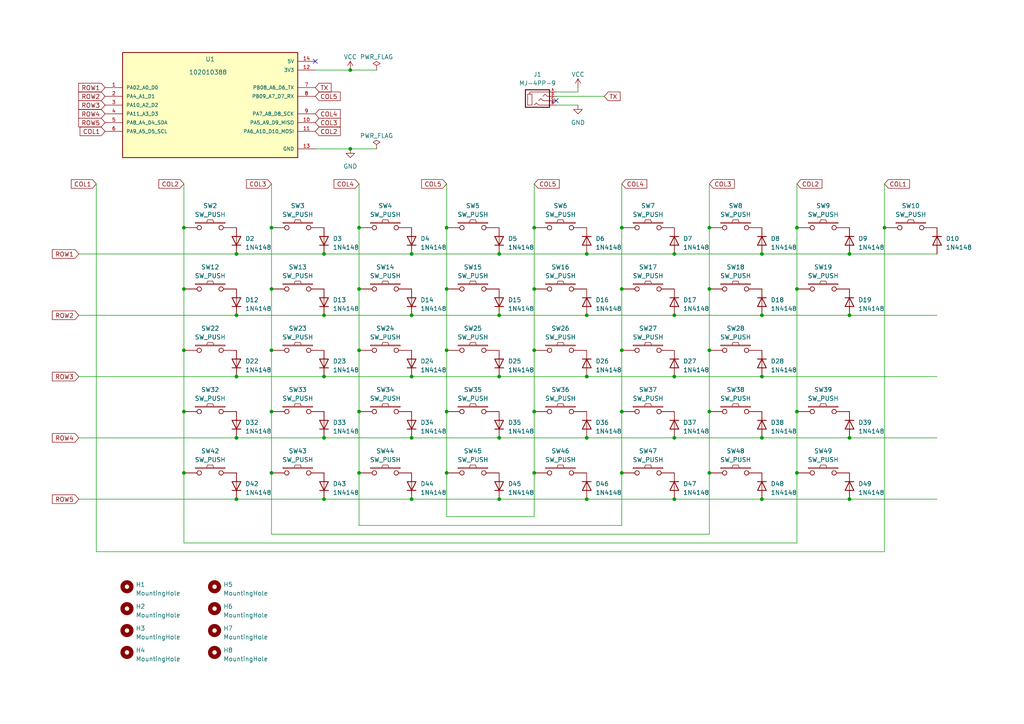
<source format=kicad_sch>
(kicad_sch (version 20230121) (generator eeschema)

  (uuid 6e6ce34d-41d5-494c-8310-abe0616e698b)

  (paper "A4")

  (lib_symbols
    (symbol "Diode:1N4148" (pin_numbers hide) (pin_names hide) (in_bom yes) (on_board yes)
      (property "Reference" "D" (at 0 2.54 0)
        (effects (font (size 1.27 1.27)))
      )
      (property "Value" "1N4148" (at 0 -2.54 0)
        (effects (font (size 1.27 1.27)))
      )
      (property "Footprint" "Diode_THT:D_DO-35_SOD27_P7.62mm_Horizontal" (at 0 0 0)
        (effects (font (size 1.27 1.27)) hide)
      )
      (property "Datasheet" "https://assets.nexperia.com/documents/data-sheet/1N4148_1N4448.pdf" (at 0 0 0)
        (effects (font (size 1.27 1.27)) hide)
      )
      (property "Sim.Device" "D" (at 0 0 0)
        (effects (font (size 1.27 1.27)) hide)
      )
      (property "Sim.Pins" "1=K 2=A" (at 0 0 0)
        (effects (font (size 1.27 1.27)) hide)
      )
      (property "ki_keywords" "diode" (at 0 0 0)
        (effects (font (size 1.27 1.27)) hide)
      )
      (property "ki_description" "100V 0.15A standard switching diode, DO-35" (at 0 0 0)
        (effects (font (size 1.27 1.27)) hide)
      )
      (property "ki_fp_filters" "D*DO?35*" (at 0 0 0)
        (effects (font (size 1.27 1.27)) hide)
      )
      (symbol "1N4148_0_1"
        (polyline
          (pts
            (xy -1.27 1.27)
            (xy -1.27 -1.27)
          )
          (stroke (width 0.254) (type default))
          (fill (type none))
        )
        (polyline
          (pts
            (xy 1.27 0)
            (xy -1.27 0)
          )
          (stroke (width 0) (type default))
          (fill (type none))
        )
        (polyline
          (pts
            (xy 1.27 1.27)
            (xy 1.27 -1.27)
            (xy -1.27 0)
            (xy 1.27 1.27)
          )
          (stroke (width 0.254) (type default))
          (fill (type none))
        )
      )
      (symbol "1N4148_1_1"
        (pin passive line (at -3.81 0 0) (length 2.54)
          (name "K" (effects (font (size 1.27 1.27))))
          (number "1" (effects (font (size 1.27 1.27))))
        )
        (pin passive line (at 3.81 0 180) (length 2.54)
          (name "A" (effects (font (size 1.27 1.27))))
          (number "2" (effects (font (size 1.27 1.27))))
        )
      )
    )
    (symbol "Mechanical:MountingHole" (pin_names (offset 1.016)) (in_bom yes) (on_board yes)
      (property "Reference" "H" (at 0 5.08 0)
        (effects (font (size 1.27 1.27)))
      )
      (property "Value" "MountingHole" (at 0 3.175 0)
        (effects (font (size 1.27 1.27)))
      )
      (property "Footprint" "" (at 0 0 0)
        (effects (font (size 1.27 1.27)) hide)
      )
      (property "Datasheet" "~" (at 0 0 0)
        (effects (font (size 1.27 1.27)) hide)
      )
      (property "ki_keywords" "mounting hole" (at 0 0 0)
        (effects (font (size 1.27 1.27)) hide)
      )
      (property "ki_description" "Mounting Hole without connection" (at 0 0 0)
        (effects (font (size 1.27 1.27)) hide)
      )
      (property "ki_fp_filters" "MountingHole*" (at 0 0 0)
        (effects (font (size 1.27 1.27)) hide)
      )
      (symbol "MountingHole_0_1"
        (circle (center 0 0) (radius 1.27)
          (stroke (width 1.27) (type default))
          (fill (type none))
        )
      )
    )
    (symbol "foostan/kbd:MJ-4PP-9" (pin_names (offset 1.016)) (in_bom yes) (on_board yes)
      (property "Reference" "J" (at 0 3.81 0)
        (effects (font (size 1.27 1.27)))
      )
      (property "Value" "MJ-4PP-9" (at 0 -3.81 0)
        (effects (font (size 1.27 1.27)))
      )
      (property "Footprint" "" (at 6.985 4.445 0)
        (effects (font (size 1.27 1.27)) hide)
      )
      (property "Datasheet" "~" (at 6.985 4.445 0)
        (effects (font (size 1.27 1.27)) hide)
      )
      (property "ki_keywords" "audio jack receptable stereo headphones TRRS connector" (at 0 0 0)
        (effects (font (size 1.27 1.27)) hide)
      )
      (property "ki_description" "4-pin (audio) jack receptable (stereo + 4th pin/TRRS connector), compatible with PJ320A" (at 0 0 0)
        (effects (font (size 1.27 1.27)) hide)
      )
      (symbol "MJ-4PP-9_0_1"
        (rectangle (start -1.905 -1.905) (end -3.175 1.27)
          (stroke (width 0) (type solid))
          (fill (type none))
        )
        (polyline
          (pts
            (xy -2.54 1.27)
            (xy -2.54 1.905)
            (xy 3.175 1.905)
          )
          (stroke (width 0) (type solid))
          (fill (type none))
        )
        (polyline
          (pts
            (xy -1.27 -1.905)
            (xy -0.635 -1.27)
            (xy 0 -1.905)
            (xy 3.175 -1.905)
          )
          (stroke (width 0) (type solid))
          (fill (type none))
        )
        (polyline
          (pts
            (xy 0 -0.635)
            (xy 0.635 0)
            (xy 1.27 -0.635)
            (xy 3.175 -0.635)
          )
          (stroke (width 0) (type solid))
          (fill (type none))
        )
        (polyline
          (pts
            (xy 1.27 0.635)
            (xy 1.905 1.27)
            (xy 2.54 0.635)
            (xy 3.175 0.635)
          )
          (stroke (width 0) (type solid))
          (fill (type none))
        )
        (rectangle (start 3.175 2.54) (end -3.81 -2.54)
          (stroke (width 0.3048) (type solid))
          (fill (type none))
        )
      )
      (symbol "MJ-4PP-9_1_1"
        (pin input line (at 5.08 1.905 180) (length 2.0066)
          (name "~" (effects (font (size 0.508 0.508))))
          (number "A" (effects (font (size 0.7112 0.7112))))
        )
        (pin input line (at 5.08 -1.905 180) (length 2.0066)
          (name "~" (effects (font (size 0.508 0.508))))
          (number "B" (effects (font (size 0.7112 0.7112))))
        )
        (pin input line (at 5.08 -0.635 180) (length 2.0066)
          (name "~" (effects (font (size 0.508 0.508))))
          (number "C" (effects (font (size 0.7112 0.7112))))
        )
        (pin input line (at 5.08 0.635 180) (length 2.0066)
          (name "~" (effects (font (size 0.508 0.508))))
          (number "D" (effects (font (size 0.7112 0.7112))))
        )
      )
    )
    (symbol "foostan/kbd:SW_PUSH" (pin_numbers hide) (pin_names (offset 1.016) hide) (in_bom yes) (on_board yes)
      (property "Reference" "SW" (at 3.81 2.794 0)
        (effects (font (size 1.27 1.27)))
      )
      (property "Value" "SW_PUSH" (at 0 -2.032 0)
        (effects (font (size 1.27 1.27)))
      )
      (property "Footprint" "" (at 0 0 0)
        (effects (font (size 1.27 1.27)))
      )
      (property "Datasheet" "" (at 0 0 0)
        (effects (font (size 1.27 1.27)))
      )
      (symbol "SW_PUSH_0_1"
        (rectangle (start -4.318 1.27) (end 4.318 1.524)
          (stroke (width 0) (type solid))
          (fill (type none))
        )
        (polyline
          (pts
            (xy -1.016 1.524)
            (xy -0.762 2.286)
            (xy 0.762 2.286)
            (xy 1.016 1.524)
          )
          (stroke (width 0) (type solid))
          (fill (type none))
        )
        (pin passive inverted (at -7.62 0 0) (length 5.08)
          (name "1" (effects (font (size 1.27 1.27))))
          (number "1" (effects (font (size 1.27 1.27))))
        )
        (pin passive inverted (at 7.62 0 180) (length 5.08)
          (name "2" (effects (font (size 1.27 1.27))))
          (number "2" (effects (font (size 1.27 1.27))))
        )
      )
    )
    (symbol "power:GND" (power) (pin_names (offset 0)) (in_bom yes) (on_board yes)
      (property "Reference" "#PWR" (at 0 -6.35 0)
        (effects (font (size 1.27 1.27)) hide)
      )
      (property "Value" "GND" (at 0 -3.81 0)
        (effects (font (size 1.27 1.27)))
      )
      (property "Footprint" "" (at 0 0 0)
        (effects (font (size 1.27 1.27)) hide)
      )
      (property "Datasheet" "" (at 0 0 0)
        (effects (font (size 1.27 1.27)) hide)
      )
      (property "ki_keywords" "global power" (at 0 0 0)
        (effects (font (size 1.27 1.27)) hide)
      )
      (property "ki_description" "Power symbol creates a global label with name \"GND\" , ground" (at 0 0 0)
        (effects (font (size 1.27 1.27)) hide)
      )
      (symbol "GND_0_1"
        (polyline
          (pts
            (xy 0 0)
            (xy 0 -1.27)
            (xy 1.27 -1.27)
            (xy 0 -2.54)
            (xy -1.27 -1.27)
            (xy 0 -1.27)
          )
          (stroke (width 0) (type default))
          (fill (type none))
        )
      )
      (symbol "GND_1_1"
        (pin power_in line (at 0 0 270) (length 0) hide
          (name "GND" (effects (font (size 1.27 1.27))))
          (number "1" (effects (font (size 1.27 1.27))))
        )
      )
    )
    (symbol "power:PWR_FLAG" (power) (pin_numbers hide) (pin_names (offset 0) hide) (in_bom yes) (on_board yes)
      (property "Reference" "#FLG" (at 0 1.905 0)
        (effects (font (size 1.27 1.27)) hide)
      )
      (property "Value" "PWR_FLAG" (at 0 3.81 0)
        (effects (font (size 1.27 1.27)))
      )
      (property "Footprint" "" (at 0 0 0)
        (effects (font (size 1.27 1.27)) hide)
      )
      (property "Datasheet" "~" (at 0 0 0)
        (effects (font (size 1.27 1.27)) hide)
      )
      (property "ki_keywords" "flag power" (at 0 0 0)
        (effects (font (size 1.27 1.27)) hide)
      )
      (property "ki_description" "Special symbol for telling ERC where power comes from" (at 0 0 0)
        (effects (font (size 1.27 1.27)) hide)
      )
      (symbol "PWR_FLAG_0_0"
        (pin power_out line (at 0 0 90) (length 0)
          (name "pwr" (effects (font (size 1.27 1.27))))
          (number "1" (effects (font (size 1.27 1.27))))
        )
      )
      (symbol "PWR_FLAG_0_1"
        (polyline
          (pts
            (xy 0 0)
            (xy 0 1.27)
            (xy -1.016 1.905)
            (xy 0 2.54)
            (xy 1.016 1.905)
            (xy 0 1.27)
          )
          (stroke (width 0) (type default))
          (fill (type none))
        )
      )
    )
    (symbol "power:VCC" (power) (pin_names (offset 0)) (in_bom yes) (on_board yes)
      (property "Reference" "#PWR" (at 0 -3.81 0)
        (effects (font (size 1.27 1.27)) hide)
      )
      (property "Value" "VCC" (at 0 3.81 0)
        (effects (font (size 1.27 1.27)))
      )
      (property "Footprint" "" (at 0 0 0)
        (effects (font (size 1.27 1.27)) hide)
      )
      (property "Datasheet" "" (at 0 0 0)
        (effects (font (size 1.27 1.27)) hide)
      )
      (property "ki_keywords" "global power" (at 0 0 0)
        (effects (font (size 1.27 1.27)) hide)
      )
      (property "ki_description" "Power symbol creates a global label with name \"VCC\"" (at 0 0 0)
        (effects (font (size 1.27 1.27)) hide)
      )
      (symbol "VCC_0_1"
        (polyline
          (pts
            (xy -0.762 1.27)
            (xy 0 2.54)
          )
          (stroke (width 0) (type default))
          (fill (type none))
        )
        (polyline
          (pts
            (xy 0 0)
            (xy 0 2.54)
          )
          (stroke (width 0) (type default))
          (fill (type none))
        )
        (polyline
          (pts
            (xy 0 2.54)
            (xy 0.762 1.27)
          )
          (stroke (width 0) (type default))
          (fill (type none))
        )
      )
      (symbol "VCC_1_1"
        (pin power_in line (at 0 0 90) (length 0) hide
          (name "VCC" (effects (font (size 1.27 1.27))))
          (number "1" (effects (font (size 1.27 1.27))))
        )
      )
    )
    (symbol "snapeda/xiao:102010388" (pin_names (offset 1.016)) (in_bom yes) (on_board yes)
      (property "Reference" "U" (at -25.4 16.002 0)
        (effects (font (size 1.27 1.27)) (justify left bottom))
      )
      (property "Value" "102010388" (at -25.4 -17.78 0)
        (effects (font (size 1.27 1.27)) (justify left bottom))
      )
      (property "Footprint" "MODULE_102010388" (at 0 0 0)
        (effects (font (size 1.27 1.27)) (justify bottom) hide)
      )
      (property "Datasheet" "" (at 0 0 0)
        (effects (font (size 1.27 1.27)) hide)
      )
      (property "PARTREV" "N/A" (at 0 0 0)
        (effects (font (size 1.27 1.27)) (justify bottom) hide)
      )
      (property "STANDARD" "Manufacturer Recommendations" (at 0 0 0)
        (effects (font (size 1.27 1.27)) (justify bottom) hide)
      )
      (property "MANUFACTURER" "Seeed Technology" (at 0 0 0)
        (effects (font (size 1.27 1.27)) (justify bottom) hide)
      )
      (property "MAXIMUM_PACKAGE_HEIGHT" "N/A" (at 0 0 0)
        (effects (font (size 1.27 1.27)) (justify bottom) hide)
      )
      (property "SNAPEDA_PN" "102010388" (at 0 0 0)
        (effects (font (size 1.27 1.27)) (justify bottom) hide)
      )
      (symbol "102010388_0_0"
        (rectangle (start -25.4 -15.24) (end 25.4 15.24)
          (stroke (width 0.254) (type default))
          (fill (type background))
        )
        (pin bidirectional line (at -30.48 5.08 0) (length 5.08)
          (name "PA02_A0_D0" (effects (font (size 1.016 1.016))))
          (number "1" (effects (font (size 1.016 1.016))))
        )
        (pin bidirectional line (at 30.48 -5.08 180) (length 5.08)
          (name "PA5_A9_D9_MISO" (effects (font (size 1.016 1.016))))
          (number "10" (effects (font (size 1.016 1.016))))
        )
        (pin bidirectional line (at 30.48 -7.62 180) (length 5.08)
          (name "PA6_A10_D10_MOSI" (effects (font (size 1.016 1.016))))
          (number "11" (effects (font (size 1.016 1.016))))
        )
        (pin power_in line (at 30.48 10.16 180) (length 5.08)
          (name "3V3" (effects (font (size 1.016 1.016))))
          (number "12" (effects (font (size 1.016 1.016))))
        )
        (pin power_in line (at 30.48 -12.7 180) (length 5.08)
          (name "GND" (effects (font (size 1.016 1.016))))
          (number "13" (effects (font (size 1.016 1.016))))
        )
        (pin power_in line (at 30.48 12.7 180) (length 5.08)
          (name "5V" (effects (font (size 1.016 1.016))))
          (number "14" (effects (font (size 1.016 1.016))))
        )
        (pin bidirectional line (at -30.48 2.54 0) (length 5.08)
          (name "PA4_A1_D1" (effects (font (size 1.016 1.016))))
          (number "2" (effects (font (size 1.016 1.016))))
        )
        (pin bidirectional line (at -30.48 0 0) (length 5.08)
          (name "PA10_A2_D2" (effects (font (size 1.016 1.016))))
          (number "3" (effects (font (size 1.016 1.016))))
        )
        (pin bidirectional line (at -30.48 -2.54 0) (length 5.08)
          (name "PA11_A3_D3" (effects (font (size 1.016 1.016))))
          (number "4" (effects (font (size 1.016 1.016))))
        )
        (pin bidirectional line (at -30.48 -5.08 0) (length 5.08)
          (name "PA8_A4_D4_SDA" (effects (font (size 1.016 1.016))))
          (number "5" (effects (font (size 1.016 1.016))))
        )
        (pin bidirectional line (at -30.48 -7.62 0) (length 5.08)
          (name "PA9_A5_D5_SCL" (effects (font (size 1.016 1.016))))
          (number "6" (effects (font (size 1.016 1.016))))
        )
        (pin bidirectional line (at 30.48 5.08 180) (length 5.08)
          (name "PB08_A6_D6_TX" (effects (font (size 1.016 1.016))))
          (number "7" (effects (font (size 1.016 1.016))))
        )
        (pin bidirectional line (at 30.48 2.54 180) (length 5.08)
          (name "PB09_A7_D7_RX" (effects (font (size 1.016 1.016))))
          (number "8" (effects (font (size 1.016 1.016))))
        )
        (pin bidirectional line (at 30.48 -2.54 180) (length 5.08)
          (name "PA7_A8_D8_SCK" (effects (font (size 1.016 1.016))))
          (number "9" (effects (font (size 1.016 1.016))))
        )
      )
    )
  )

  (junction (at 93.98 73.66) (diameter 0) (color 0 0 0 0)
    (uuid 0174f11d-1e98-4f71-bd42-984ad24981d2)
  )
  (junction (at 154.94 137.16) (diameter 0) (color 0 0 0 0)
    (uuid 026d39ae-4ce8-4069-ab5f-a01c8a95495e)
  )
  (junction (at 93.98 109.22) (diameter 0) (color 0 0 0 0)
    (uuid 07f28664-a934-4f64-a459-6e136d55165a)
  )
  (junction (at 246.38 127) (diameter 0) (color 0 0 0 0)
    (uuid 0806e556-9aaa-42c5-b150-676adeb91f78)
  )
  (junction (at 180.34 137.16) (diameter 0) (color 0 0 0 0)
    (uuid 09a91a80-6c50-4a6a-b4bd-7fe2dc31da69)
  )
  (junction (at 68.58 73.66) (diameter 0) (color 0 0 0 0)
    (uuid 0fbd8a8f-20b4-4a3d-b326-f19fbd6588ff)
  )
  (junction (at 68.58 109.22) (diameter 0) (color 0 0 0 0)
    (uuid 1243c05c-879a-4b46-bdb6-a5af147a8a6d)
  )
  (junction (at 101.6 43.18) (diameter 0) (color 0 0 0 0)
    (uuid 14c0dc6c-caca-4119-af6f-a7d020d4b717)
  )
  (junction (at 144.78 91.44) (diameter 0) (color 0 0 0 0)
    (uuid 1873c42b-7917-4d9e-bb8b-16e9b0674bc3)
  )
  (junction (at 231.14 137.16) (diameter 0) (color 0 0 0 0)
    (uuid 1a96f753-e9cd-45b6-b32a-05f3871fd412)
  )
  (junction (at 104.14 137.16) (diameter 0) (color 0 0 0 0)
    (uuid 25de77d5-f0e4-4d55-9d5c-1a5962221b30)
  )
  (junction (at 93.98 144.78) (diameter 0) (color 0 0 0 0)
    (uuid 28b41db0-9660-4c14-a29a-0a3d6db002ad)
  )
  (junction (at 205.74 66.04) (diameter 0) (color 0 0 0 0)
    (uuid 29f4bc0a-7a00-45c5-a45f-fae074b896e4)
  )
  (junction (at 231.14 66.04) (diameter 0) (color 0 0 0 0)
    (uuid 2e32d4ba-24dd-4d8a-ade3-082f955b9f4d)
  )
  (junction (at 246.38 91.44) (diameter 0) (color 0 0 0 0)
    (uuid 30bc39a5-577a-40e2-a0b1-af5af8fdf5ed)
  )
  (junction (at 129.54 101.6) (diameter 0) (color 0 0 0 0)
    (uuid 36727f0e-c9fd-4fd3-a08a-a5416f48eb53)
  )
  (junction (at 231.14 119.38) (diameter 0) (color 0 0 0 0)
    (uuid 36e22a3d-689e-4c23-b091-c9fe69bfebfe)
  )
  (junction (at 154.94 66.04) (diameter 0) (color 0 0 0 0)
    (uuid 3732dba4-2825-4acf-998b-8696ee6b874f)
  )
  (junction (at 180.34 119.38) (diameter 0) (color 0 0 0 0)
    (uuid 3878d10b-7d3b-40dc-bd97-b7d8502b8a17)
  )
  (junction (at 78.74 137.16) (diameter 0) (color 0 0 0 0)
    (uuid 3d8b69c6-63ba-40e7-b4b5-c38189f1b663)
  )
  (junction (at 68.58 144.78) (diameter 0) (color 0 0 0 0)
    (uuid 3f7fb658-fe85-4c69-b48b-0a5f17869938)
  )
  (junction (at 180.34 101.6) (diameter 0) (color 0 0 0 0)
    (uuid 458c9ae8-56cb-4e42-93b4-986dfcffafed)
  )
  (junction (at 154.94 101.6) (diameter 0) (color 0 0 0 0)
    (uuid 461b113d-0c53-4d6f-8307-abf575f4bd69)
  )
  (junction (at 78.74 119.38) (diameter 0) (color 0 0 0 0)
    (uuid 46b7ec82-43fc-4c60-9466-6d2f51a001de)
  )
  (junction (at 170.18 91.44) (diameter 0) (color 0 0 0 0)
    (uuid 47405daf-8592-4430-9266-30a8316507c7)
  )
  (junction (at 53.34 83.82) (diameter 0) (color 0 0 0 0)
    (uuid 4b385de6-1cb1-4c65-8576-0753ea4587a1)
  )
  (junction (at 170.18 73.66) (diameter 0) (color 0 0 0 0)
    (uuid 50eef99e-9c7b-4909-87c2-ba6a1de5fe76)
  )
  (junction (at 129.54 83.82) (diameter 0) (color 0 0 0 0)
    (uuid 54d38600-f0df-4ab3-976c-7d58550d922d)
  )
  (junction (at 129.54 137.16) (diameter 0) (color 0 0 0 0)
    (uuid 58426cb8-99a7-4b3f-94b3-afae912a79ca)
  )
  (junction (at 101.6 20.32) (diameter 0) (color 0 0 0 0)
    (uuid 5e3191b5-6c47-4293-aa6b-801103fd4154)
  )
  (junction (at 144.78 144.78) (diameter 0) (color 0 0 0 0)
    (uuid 5fed22b5-93c3-4d42-9cb8-6c7427da77f2)
  )
  (junction (at 205.74 137.16) (diameter 0) (color 0 0 0 0)
    (uuid 60da3d6d-b697-4d0b-88fd-8e010fea5830)
  )
  (junction (at 220.98 109.22) (diameter 0) (color 0 0 0 0)
    (uuid 6421eccc-588c-4afb-a463-b621a4c6978e)
  )
  (junction (at 53.34 119.38) (diameter 0) (color 0 0 0 0)
    (uuid 6df8405b-d0cd-4197-9698-6456d43c0454)
  )
  (junction (at 205.74 119.38) (diameter 0) (color 0 0 0 0)
    (uuid 711eb275-0b52-4f3d-a5c7-69ae9c34a9db)
  )
  (junction (at 220.98 144.78) (diameter 0) (color 0 0 0 0)
    (uuid 73fcb2d0-70d1-482d-b937-974c902b9640)
  )
  (junction (at 144.78 73.66) (diameter 0) (color 0 0 0 0)
    (uuid 74fd9fd1-c45b-4137-8984-d948ebae8968)
  )
  (junction (at 53.34 137.16) (diameter 0) (color 0 0 0 0)
    (uuid 7620e33d-f870-4d5a-80d5-a91d23bea73e)
  )
  (junction (at 53.34 101.6) (diameter 0) (color 0 0 0 0)
    (uuid 787ae2cc-4778-470f-8254-1ea2e3c6a207)
  )
  (junction (at 68.58 91.44) (diameter 0) (color 0 0 0 0)
    (uuid 7a4abc6c-72d4-432d-b6ce-e30d1d601cbb)
  )
  (junction (at 195.58 91.44) (diameter 0) (color 0 0 0 0)
    (uuid 801695ef-58fc-40da-9cc7-a1f8852375ba)
  )
  (junction (at 231.14 83.82) (diameter 0) (color 0 0 0 0)
    (uuid 855f6988-f6f8-4f22-9485-1399f457288d)
  )
  (junction (at 104.14 119.38) (diameter 0) (color 0 0 0 0)
    (uuid 885a2977-1403-4899-86f2-e9bd78d69cf9)
  )
  (junction (at 68.58 127) (diameter 0) (color 0 0 0 0)
    (uuid 8f113bb5-6f82-4a6f-903a-52f1cdaf9170)
  )
  (junction (at 104.14 101.6) (diameter 0) (color 0 0 0 0)
    (uuid 9808bf61-6d79-441a-878a-539a0a2ef9a2)
  )
  (junction (at 180.34 66.04) (diameter 0) (color 0 0 0 0)
    (uuid 98dbeeb6-c7b1-472c-ab45-c73e8b7cd61d)
  )
  (junction (at 220.98 91.44) (diameter 0) (color 0 0 0 0)
    (uuid a23073ee-8210-4a0a-8414-fd7608c1d89c)
  )
  (junction (at 144.78 127) (diameter 0) (color 0 0 0 0)
    (uuid a251334d-7d47-4740-a509-0179c376e15f)
  )
  (junction (at 195.58 109.22) (diameter 0) (color 0 0 0 0)
    (uuid a4a40ee9-165d-407b-a016-ddba8249407c)
  )
  (junction (at 129.54 119.38) (diameter 0) (color 0 0 0 0)
    (uuid a504d6c5-2d7b-454b-a966-195ca4c55f25)
  )
  (junction (at 256.54 66.04) (diameter 0) (color 0 0 0 0)
    (uuid af5846d5-8e44-4d4c-845f-f71a5ebf9928)
  )
  (junction (at 170.18 144.78) (diameter 0) (color 0 0 0 0)
    (uuid b987a114-aee5-4e54-a7f6-59abebb72ef6)
  )
  (junction (at 119.38 144.78) (diameter 0) (color 0 0 0 0)
    (uuid bb90a230-73ab-45e8-b71a-de3b88ab6869)
  )
  (junction (at 220.98 73.66) (diameter 0) (color 0 0 0 0)
    (uuid bbbc6e04-dd81-4a4c-b2ad-b2d8ee2c61cb)
  )
  (junction (at 93.98 127) (diameter 0) (color 0 0 0 0)
    (uuid c27b84e1-e41e-45ef-81ea-f6b7524ce13b)
  )
  (junction (at 119.38 127) (diameter 0) (color 0 0 0 0)
    (uuid c285f557-a93a-41ca-b642-401527b7d1f8)
  )
  (junction (at 78.74 101.6) (diameter 0) (color 0 0 0 0)
    (uuid c3776ebb-ac97-447d-bad7-2f8f7c7a8e48)
  )
  (junction (at 78.74 83.82) (diameter 0) (color 0 0 0 0)
    (uuid c54e889d-c91a-45b0-84b5-07eff8e4dc4f)
  )
  (junction (at 154.94 83.82) (diameter 0) (color 0 0 0 0)
    (uuid ca51c2ce-3d40-4013-8c67-b012b2994a46)
  )
  (junction (at 246.38 144.78) (diameter 0) (color 0 0 0 0)
    (uuid cc5db68e-f7e9-42a8-8fdc-4c44efb28353)
  )
  (junction (at 104.14 83.82) (diameter 0) (color 0 0 0 0)
    (uuid ce1f531a-cba9-4a54-8c63-5b337f178481)
  )
  (junction (at 195.58 127) (diameter 0) (color 0 0 0 0)
    (uuid cf6c3802-ecb2-4123-b3cb-84ee887f93ad)
  )
  (junction (at 129.54 66.04) (diameter 0) (color 0 0 0 0)
    (uuid d3d16e0e-7a7f-40b6-a982-6cd52ed1d696)
  )
  (junction (at 104.14 66.04) (diameter 0) (color 0 0 0 0)
    (uuid dad3dbe8-c696-4a6e-9159-684331262549)
  )
  (junction (at 195.58 73.66) (diameter 0) (color 0 0 0 0)
    (uuid daef5571-8c28-444d-b341-e3ac961c2fa6)
  )
  (junction (at 246.38 73.66) (diameter 0) (color 0 0 0 0)
    (uuid dcafc751-7d79-4b49-a06b-a854544cd106)
  )
  (junction (at 205.74 101.6) (diameter 0) (color 0 0 0 0)
    (uuid dd7e078e-2c07-4c2d-8252-df205b0fb9a1)
  )
  (junction (at 78.74 66.04) (diameter 0) (color 0 0 0 0)
    (uuid dec0c53e-ed6c-4983-a95e-24a1ee7e84e6)
  )
  (junction (at 119.38 109.22) (diameter 0) (color 0 0 0 0)
    (uuid deeea12b-6184-4bab-a4d6-ff564d4be947)
  )
  (junction (at 93.98 91.44) (diameter 0) (color 0 0 0 0)
    (uuid e025a64c-860c-4dad-956b-8808f021b71d)
  )
  (junction (at 144.78 109.22) (diameter 0) (color 0 0 0 0)
    (uuid e20acf42-c1b0-4ed6-9cfe-d50bd955dff9)
  )
  (junction (at 53.34 66.04) (diameter 0) (color 0 0 0 0)
    (uuid e4c8087b-94d8-421b-8b39-1009255c2f3d)
  )
  (junction (at 170.18 109.22) (diameter 0) (color 0 0 0 0)
    (uuid e546a6f6-b6ba-489f-a649-e9db0097360c)
  )
  (junction (at 170.18 127) (diameter 0) (color 0 0 0 0)
    (uuid e7cfddf6-49d7-4561-8024-3cc31a9466df)
  )
  (junction (at 195.58 144.78) (diameter 0) (color 0 0 0 0)
    (uuid ebd24e90-014c-4830-a6f5-f0e0e89a8c70)
  )
  (junction (at 205.74 83.82) (diameter 0) (color 0 0 0 0)
    (uuid ef46aaf4-9658-4017-a71a-702c55cb140f)
  )
  (junction (at 154.94 119.38) (diameter 0) (color 0 0 0 0)
    (uuid f056d19e-61ce-4cf5-af08-df7281d45203)
  )
  (junction (at 119.38 91.44) (diameter 0) (color 0 0 0 0)
    (uuid f220b6a2-cb55-45aa-8379-361335d87a14)
  )
  (junction (at 119.38 73.66) (diameter 0) (color 0 0 0 0)
    (uuid f466b32d-1b3c-427f-ad52-92c8e578af7f)
  )
  (junction (at 220.98 127) (diameter 0) (color 0 0 0 0)
    (uuid f484e2d1-1d49-4cfe-9ed6-c3bf4268c1a7)
  )
  (junction (at 180.34 83.82) (diameter 0) (color 0 0 0 0)
    (uuid fe714b64-0bfe-4640-88fa-d740fd3e7531)
  )

  (no_connect (at 91.44 17.78) (uuid 8a90983d-c14c-48b8-ac66-e3cf10d8ad08))
  (no_connect (at 161.29 29.21) (uuid f3bfa8b3-7a53-4160-b6b3-92ab8f127436))

  (wire (pts (xy 246.38 73.66) (xy 271.78 73.66))
    (stroke (width 0) (type default))
    (uuid 01a266b3-333b-4827-9c33-405d85ecd781)
  )
  (wire (pts (xy 154.94 101.6) (xy 154.94 83.82))
    (stroke (width 0) (type default))
    (uuid 02e3739c-05df-4b73-b3c2-d249cfdd9183)
  )
  (wire (pts (xy 78.74 83.82) (xy 78.74 101.6))
    (stroke (width 0) (type default))
    (uuid 03128a7c-66db-4278-a934-f050e333e42e)
  )
  (wire (pts (xy 195.58 73.66) (xy 220.98 73.66))
    (stroke (width 0) (type default))
    (uuid 03233f18-f00f-4459-920d-7a17fba9f45c)
  )
  (wire (pts (xy 104.14 83.82) (xy 104.14 101.6))
    (stroke (width 0) (type default))
    (uuid 07c4ddba-462d-482f-b7d6-5ca233064224)
  )
  (wire (pts (xy 231.14 137.16) (xy 231.14 119.38))
    (stroke (width 0) (type default))
    (uuid 0924efc7-98d8-452e-a119-856041c664db)
  )
  (wire (pts (xy 53.34 101.6) (xy 53.34 119.38))
    (stroke (width 0) (type default))
    (uuid 0a0e7038-9873-4a01-9d44-8f3805f652fb)
  )
  (wire (pts (xy 53.34 157.48) (xy 231.14 157.48))
    (stroke (width 0) (type default))
    (uuid 0c974afc-ae14-4b85-aabe-a038d75e16d8)
  )
  (wire (pts (xy 53.34 83.82) (xy 53.34 101.6))
    (stroke (width 0) (type default))
    (uuid 0e707ed9-7a97-4e09-9af5-38064415b75c)
  )
  (wire (pts (xy 220.98 144.78) (xy 246.38 144.78))
    (stroke (width 0) (type default))
    (uuid 12e2ae75-b876-4180-b2f9-59d911ee3f27)
  )
  (wire (pts (xy 119.38 73.66) (xy 144.78 73.66))
    (stroke (width 0) (type default))
    (uuid 1a2ea4e0-7e02-4fc8-bf16-02bb872fefad)
  )
  (wire (pts (xy 104.14 53.34) (xy 104.14 66.04))
    (stroke (width 0) (type default))
    (uuid 1d15dad5-b0c7-45c9-857b-1abc1a4d5d85)
  )
  (wire (pts (xy 104.14 137.16) (xy 104.14 152.4))
    (stroke (width 0) (type default))
    (uuid 1e7ce422-1d6e-4737-ac52-38bcdf586fa4)
  )
  (wire (pts (xy 220.98 73.66) (xy 246.38 73.66))
    (stroke (width 0) (type default))
    (uuid 2011e94f-348f-46f3-a808-cb136c2ec5cf)
  )
  (wire (pts (xy 231.14 66.04) (xy 231.14 53.34))
    (stroke (width 0) (type default))
    (uuid 205402b5-b2a2-4bc3-94cd-ef5cb79c2fb3)
  )
  (wire (pts (xy 180.34 119.38) (xy 180.34 101.6))
    (stroke (width 0) (type default))
    (uuid 235a8216-e397-4301-b7ec-34bca00ad818)
  )
  (wire (pts (xy 170.18 91.44) (xy 195.58 91.44))
    (stroke (width 0) (type default))
    (uuid 2b7d50e9-90df-46e5-82e4-5d9306fbf6fd)
  )
  (wire (pts (xy 205.74 101.6) (xy 205.74 83.82))
    (stroke (width 0) (type default))
    (uuid 30c560e0-8556-41cd-a6c3-f8badb2499bf)
  )
  (wire (pts (xy 22.86 109.22) (xy 68.58 109.22))
    (stroke (width 0) (type default))
    (uuid 310016f1-bd00-46a7-8496-6529647e0cf7)
  )
  (wire (pts (xy 256.54 66.04) (xy 256.54 53.34))
    (stroke (width 0) (type default))
    (uuid 3102f4f4-2f54-413f-b5f2-e6534f7af45d)
  )
  (wire (pts (xy 144.78 91.44) (xy 170.18 91.44))
    (stroke (width 0) (type default))
    (uuid 323a391e-b905-41a0-be34-b9f57278655d)
  )
  (wire (pts (xy 22.86 91.44) (xy 68.58 91.44))
    (stroke (width 0) (type default))
    (uuid 32e6400b-bf1f-4118-b686-1a1d0d1c4b33)
  )
  (wire (pts (xy 53.34 137.16) (xy 53.34 157.48))
    (stroke (width 0) (type default))
    (uuid 3571220e-a442-4f0c-96b6-18d177fc32f8)
  )
  (wire (pts (xy 220.98 91.44) (xy 246.38 91.44))
    (stroke (width 0) (type default))
    (uuid 372a3796-ce9b-432e-9dc9-d3c7dd93eb6d)
  )
  (wire (pts (xy 53.34 119.38) (xy 53.34 137.16))
    (stroke (width 0) (type default))
    (uuid 3c30c520-9db3-4d01-9da1-913d92e3fdcd)
  )
  (wire (pts (xy 205.74 154.94) (xy 205.74 137.16))
    (stroke (width 0) (type default))
    (uuid 3eae188e-7ca5-458a-ad4e-3826defc25f2)
  )
  (wire (pts (xy 104.14 101.6) (xy 104.14 119.38))
    (stroke (width 0) (type default))
    (uuid 4259fb1b-4a5d-4c2b-bdce-27b9f17e1965)
  )
  (wire (pts (xy 68.58 73.66) (xy 93.98 73.66))
    (stroke (width 0) (type default))
    (uuid 4411a240-5c14-4aab-a3a0-961065fa60b7)
  )
  (wire (pts (xy 93.98 144.78) (xy 119.38 144.78))
    (stroke (width 0) (type default))
    (uuid 45e6b20c-df3b-443b-b5c8-b2d35db3c78f)
  )
  (wire (pts (xy 93.98 73.66) (xy 119.38 73.66))
    (stroke (width 0) (type default))
    (uuid 46f3dbb1-a726-4ba4-84df-38973907503c)
  )
  (wire (pts (xy 129.54 119.38) (xy 129.54 137.16))
    (stroke (width 0) (type default))
    (uuid 4cd22cad-214a-4b59-bbcf-c129dd62fbb4)
  )
  (wire (pts (xy 91.44 43.18) (xy 101.6 43.18))
    (stroke (width 0) (type default))
    (uuid 52048167-28e4-45b5-88b3-e4b5bf2af483)
  )
  (wire (pts (xy 180.34 101.6) (xy 180.34 83.82))
    (stroke (width 0) (type default))
    (uuid 53dcc9c4-cd78-4201-9759-d33d85c5cd3c)
  )
  (wire (pts (xy 180.34 152.4) (xy 180.34 137.16))
    (stroke (width 0) (type default))
    (uuid 548562be-ffda-462b-a7df-e5ff5ddb8a5d)
  )
  (wire (pts (xy 93.98 127) (xy 119.38 127))
    (stroke (width 0) (type default))
    (uuid 54e7e5be-3f50-47ae-aa13-6a694fb2879b)
  )
  (wire (pts (xy 205.74 119.38) (xy 205.74 101.6))
    (stroke (width 0) (type default))
    (uuid 60ce851c-d1da-43b9-8988-219bcc080167)
  )
  (wire (pts (xy 53.34 53.34) (xy 53.34 66.04))
    (stroke (width 0) (type default))
    (uuid 6197046d-2484-45f7-9727-8abef1671733)
  )
  (wire (pts (xy 129.54 137.16) (xy 129.54 149.86))
    (stroke (width 0) (type default))
    (uuid 627f1b16-8e74-49e5-8f85-1b8aaa0e51bc)
  )
  (wire (pts (xy 144.78 73.66) (xy 170.18 73.66))
    (stroke (width 0) (type default))
    (uuid 65698efa-d5bc-4001-944d-2fc52867fb52)
  )
  (wire (pts (xy 205.74 66.04) (xy 205.74 53.34))
    (stroke (width 0) (type default))
    (uuid 677f6e51-24e9-4053-910a-f10236b16148)
  )
  (wire (pts (xy 195.58 127) (xy 220.98 127))
    (stroke (width 0) (type default))
    (uuid 67c678b2-795c-4acd-93e7-a10917ca9912)
  )
  (wire (pts (xy 161.29 30.48) (xy 167.64 30.48))
    (stroke (width 0) (type default))
    (uuid 694e874f-0769-43d9-8f33-229b6b0d6614)
  )
  (wire (pts (xy 144.78 109.22) (xy 170.18 109.22))
    (stroke (width 0) (type default))
    (uuid 6df38857-dd5d-4de8-af5f-46e0f0efd7f6)
  )
  (wire (pts (xy 91.44 20.32) (xy 101.6 20.32))
    (stroke (width 0) (type default))
    (uuid 6ffdc758-38ee-4bad-a33f-aed9e9ba460f)
  )
  (wire (pts (xy 104.14 119.38) (xy 104.14 137.16))
    (stroke (width 0) (type default))
    (uuid 72efe3ce-afa7-4b8f-b614-b6c0e6ed5bf3)
  )
  (wire (pts (xy 129.54 101.6) (xy 129.54 119.38))
    (stroke (width 0) (type default))
    (uuid 737c4ee3-c1de-4ae9-8939-e7e8c832dd1e)
  )
  (wire (pts (xy 205.74 83.82) (xy 205.74 66.04))
    (stroke (width 0) (type default))
    (uuid 74c46245-3bed-426a-a56a-b2955e9d5cef)
  )
  (wire (pts (xy 231.14 157.48) (xy 231.14 137.16))
    (stroke (width 0) (type default))
    (uuid 765fb55d-f8b9-44d8-ae33-fabdf2304b05)
  )
  (wire (pts (xy 68.58 144.78) (xy 93.98 144.78))
    (stroke (width 0) (type default))
    (uuid 7685812a-d92a-459e-8ab5-f1864de68ba1)
  )
  (wire (pts (xy 129.54 149.86) (xy 154.94 149.86))
    (stroke (width 0) (type default))
    (uuid 7b11c5fc-aa34-4808-9a89-19eb2e838fa6)
  )
  (wire (pts (xy 53.34 66.04) (xy 53.34 83.82))
    (stroke (width 0) (type default))
    (uuid 7c7afa1f-559c-4010-ae7e-c27a6c8dfd2f)
  )
  (wire (pts (xy 246.38 91.44) (xy 271.78 91.44))
    (stroke (width 0) (type default))
    (uuid 7dc6fbe0-587c-4797-bd5c-c33ea81d68c4)
  )
  (wire (pts (xy 129.54 66.04) (xy 129.54 83.82))
    (stroke (width 0) (type default))
    (uuid 83f7a3aa-3903-4320-90f3-abe64ff16585)
  )
  (wire (pts (xy 27.94 53.34) (xy 27.94 160.02))
    (stroke (width 0) (type default))
    (uuid 8674bc09-cd97-446e-b148-359f4cae541c)
  )
  (wire (pts (xy 22.86 127) (xy 68.58 127))
    (stroke (width 0) (type default))
    (uuid 8a08e25a-a28d-4154-8048-8a3fc59cdf28)
  )
  (wire (pts (xy 68.58 127) (xy 93.98 127))
    (stroke (width 0) (type default))
    (uuid 8a2b6aec-7ba2-4341-8788-775de12e48f3)
  )
  (wire (pts (xy 78.74 154.94) (xy 205.74 154.94))
    (stroke (width 0) (type default))
    (uuid 8cf50f96-1484-4901-a733-f12d7b6aaf16)
  )
  (wire (pts (xy 170.18 109.22) (xy 195.58 109.22))
    (stroke (width 0) (type default))
    (uuid 910052b0-5f7a-41df-9fa8-56933891e40e)
  )
  (wire (pts (xy 144.78 127) (xy 170.18 127))
    (stroke (width 0) (type default))
    (uuid 940d424f-f7fb-48e5-9b9b-e87003019598)
  )
  (wire (pts (xy 220.98 109.22) (xy 271.78 109.22))
    (stroke (width 0) (type default))
    (uuid 9481299e-b43a-45b5-80ce-17ac2bc03cc0)
  )
  (wire (pts (xy 195.58 109.22) (xy 220.98 109.22))
    (stroke (width 0) (type default))
    (uuid 991c8799-b32e-406a-88e8-d953d20cf465)
  )
  (wire (pts (xy 231.14 83.82) (xy 231.14 119.38))
    (stroke (width 0) (type default))
    (uuid 9d54ca0b-0f65-444c-8af8-ff8cda06dd82)
  )
  (wire (pts (xy 195.58 144.78) (xy 220.98 144.78))
    (stroke (width 0) (type default))
    (uuid a2b695f0-cbd4-40f7-afb0-22553df3ace6)
  )
  (wire (pts (xy 119.38 91.44) (xy 144.78 91.44))
    (stroke (width 0) (type default))
    (uuid a5c4f712-1a56-41ab-9a39-5eb956544602)
  )
  (wire (pts (xy 154.94 53.34) (xy 154.94 66.04))
    (stroke (width 0) (type default))
    (uuid a6381ef5-1d53-4980-8160-3379f1736a32)
  )
  (wire (pts (xy 119.38 127) (xy 144.78 127))
    (stroke (width 0) (type default))
    (uuid a6e78a44-5ed0-4edf-b6b4-b6a842014268)
  )
  (wire (pts (xy 104.14 152.4) (xy 180.34 152.4))
    (stroke (width 0) (type default))
    (uuid a91a92cc-bd3a-4121-88eb-656c3a0cdbc0)
  )
  (wire (pts (xy 256.54 66.04) (xy 256.54 160.02))
    (stroke (width 0) (type default))
    (uuid aae2d33e-8d23-4601-9dd6-6065bea3abb6)
  )
  (wire (pts (xy 220.98 127) (xy 246.38 127))
    (stroke (width 0) (type default))
    (uuid adb17bd6-29c4-4b9e-ae0d-5aa15b8c7bc4)
  )
  (wire (pts (xy 93.98 109.22) (xy 119.38 109.22))
    (stroke (width 0) (type default))
    (uuid aecad3c4-1026-4228-a43a-db5ff2fa1202)
  )
  (wire (pts (xy 119.38 144.78) (xy 144.78 144.78))
    (stroke (width 0) (type default))
    (uuid aef0e677-f43c-4310-9443-0b196956827b)
  )
  (wire (pts (xy 170.18 73.66) (xy 195.58 73.66))
    (stroke (width 0) (type default))
    (uuid af135bf0-b3a3-4deb-ab2e-14f0e04e328e)
  )
  (wire (pts (xy 22.86 73.66) (xy 68.58 73.66))
    (stroke (width 0) (type default))
    (uuid b07a0da5-095d-4904-94ad-0f66a202f6ab)
  )
  (wire (pts (xy 231.14 83.82) (xy 231.14 66.04))
    (stroke (width 0) (type default))
    (uuid b1af79cf-3e16-4d15-897e-b7509992fd41)
  )
  (wire (pts (xy 246.38 127) (xy 271.78 127))
    (stroke (width 0) (type default))
    (uuid b896bbd9-4266-4508-b3c0-d4dae8b12866)
  )
  (wire (pts (xy 101.6 20.32) (xy 109.22 20.32))
    (stroke (width 0) (type default))
    (uuid b8a74a39-3031-4b60-829b-867d31b368e4)
  )
  (wire (pts (xy 180.34 66.04) (xy 180.34 53.34))
    (stroke (width 0) (type default))
    (uuid b92b8dba-a1aa-48af-a6ec-a916878202b4)
  )
  (wire (pts (xy 161.29 27.94) (xy 175.26 27.94))
    (stroke (width 0) (type default))
    (uuid bc66aa81-ce3e-4407-bae6-9fdf3fa4ef34)
  )
  (wire (pts (xy 78.74 53.34) (xy 78.74 66.04))
    (stroke (width 0) (type default))
    (uuid bc69f1c5-a0d5-4e35-976b-fba52de31e7a)
  )
  (wire (pts (xy 27.94 160.02) (xy 256.54 160.02))
    (stroke (width 0) (type default))
    (uuid bd6d20fc-a74d-4805-a5c6-4c534f4ef11d)
  )
  (wire (pts (xy 161.29 26.67) (xy 167.64 26.67))
    (stroke (width 0) (type default))
    (uuid be2d788b-001c-42f2-8776-a0c00e6cf8f8)
  )
  (wire (pts (xy 180.34 83.82) (xy 180.34 66.04))
    (stroke (width 0) (type default))
    (uuid be8341c6-6fee-4278-8bf7-1f0393ca7334)
  )
  (wire (pts (xy 68.58 91.44) (xy 93.98 91.44))
    (stroke (width 0) (type default))
    (uuid bfe7942c-8312-47f9-9326-6730fce6b912)
  )
  (wire (pts (xy 101.6 43.18) (xy 109.22 43.18))
    (stroke (width 0) (type default))
    (uuid c2467850-5287-4f50-bc04-5887f9bb6e2b)
  )
  (wire (pts (xy 78.74 119.38) (xy 78.74 137.16))
    (stroke (width 0) (type default))
    (uuid c371ac8b-bf15-4b6e-aa97-32bbfc10fd2f)
  )
  (wire (pts (xy 129.54 83.82) (xy 129.54 101.6))
    (stroke (width 0) (type default))
    (uuid c38d77ff-5e16-4b29-9537-d297c42c388e)
  )
  (wire (pts (xy 154.94 119.38) (xy 154.94 101.6))
    (stroke (width 0) (type default))
    (uuid c8278621-8030-4c9e-bb04-96ef8f542688)
  )
  (wire (pts (xy 246.38 144.78) (xy 271.78 144.78))
    (stroke (width 0) (type default))
    (uuid c8910585-378f-4c35-ab83-4031e695d8e7)
  )
  (wire (pts (xy 205.74 137.16) (xy 205.74 119.38))
    (stroke (width 0) (type default))
    (uuid c90cf27b-0ef3-4668-ac22-7d13cc2e2d98)
  )
  (wire (pts (xy 170.18 127) (xy 195.58 127))
    (stroke (width 0) (type default))
    (uuid c9f37812-d73e-436f-8795-e34cd0604f42)
  )
  (wire (pts (xy 119.38 109.22) (xy 144.78 109.22))
    (stroke (width 0) (type default))
    (uuid ca4b9bd4-fa28-4543-bc39-ca08e7e703e3)
  )
  (wire (pts (xy 144.78 144.78) (xy 170.18 144.78))
    (stroke (width 0) (type default))
    (uuid d1efa960-f514-4ab7-a373-575a35b43376)
  )
  (wire (pts (xy 129.54 53.34) (xy 129.54 66.04))
    (stroke (width 0) (type default))
    (uuid d2554ac9-bdd6-44dc-9933-7c601bac0478)
  )
  (wire (pts (xy 170.18 144.78) (xy 195.58 144.78))
    (stroke (width 0) (type default))
    (uuid de3a7cb7-4f5e-41b7-962d-95d2c95403af)
  )
  (wire (pts (xy 78.74 101.6) (xy 78.74 119.38))
    (stroke (width 0) (type default))
    (uuid deaa317a-1125-4257-8a45-14182ec86df4)
  )
  (wire (pts (xy 154.94 83.82) (xy 154.94 66.04))
    (stroke (width 0) (type default))
    (uuid dfb2584a-bf3a-4a85-9b79-f27cdf4138e6)
  )
  (wire (pts (xy 195.58 91.44) (xy 220.98 91.44))
    (stroke (width 0) (type default))
    (uuid e0ee1beb-3433-4c42-8751-5a09baa98a42)
  )
  (wire (pts (xy 78.74 66.04) (xy 78.74 83.82))
    (stroke (width 0) (type default))
    (uuid e3368c9a-beef-4727-834a-82895a85b3e1)
  )
  (wire (pts (xy 154.94 149.86) (xy 154.94 137.16))
    (stroke (width 0) (type default))
    (uuid e71d1a4e-edb9-4251-8029-cd60f97f2304)
  )
  (wire (pts (xy 104.14 66.04) (xy 104.14 83.82))
    (stroke (width 0) (type default))
    (uuid ec3f174e-ee4e-4067-bce8-80e892ba799e)
  )
  (wire (pts (xy 78.74 137.16) (xy 78.74 154.94))
    (stroke (width 0) (type default))
    (uuid ed1ec4e3-62a1-4ed9-9977-49a323430150)
  )
  (wire (pts (xy 167.64 26.67) (xy 167.64 25.4))
    (stroke (width 0) (type default))
    (uuid edf0bd54-c79c-4a6a-b478-552b9fa8903c)
  )
  (wire (pts (xy 154.94 137.16) (xy 154.94 119.38))
    (stroke (width 0) (type default))
    (uuid f7205f86-2fae-45c8-9742-21d5a4c85a11)
  )
  (wire (pts (xy 68.58 109.22) (xy 93.98 109.22))
    (stroke (width 0) (type default))
    (uuid f7be95f1-0f40-4603-bc8c-3393c1d4d461)
  )
  (wire (pts (xy 22.86 144.78) (xy 68.58 144.78))
    (stroke (width 0) (type default))
    (uuid fabd94eb-dfc7-4f84-bb95-54f99d9be90d)
  )
  (wire (pts (xy 93.98 91.44) (xy 119.38 91.44))
    (stroke (width 0) (type default))
    (uuid fada8ec5-6b1e-462b-9a22-5a9287d7e28d)
  )
  (wire (pts (xy 180.34 137.16) (xy 180.34 119.38))
    (stroke (width 0) (type default))
    (uuid fe705d9f-5100-4ce4-a371-67a8cb2f6572)
  )

  (global_label "COL2" (shape input) (at 91.44 38.1 0) (fields_autoplaced)
    (effects (font (size 1.27 1.27)) (justify left))
    (uuid 0bb52b7e-3146-489c-8312-b3f145ac0bb0)
    (property "Intersheetrefs" "${INTERSHEET_REFS}" (at 99.1839 38.1 0)
      (effects (font (size 1.27 1.27)) (justify left) hide)
    )
  )
  (global_label "ROW4" (shape input) (at 22.86 127 180) (fields_autoplaced)
    (effects (font (size 1.27 1.27)) (justify right))
    (uuid 24695fee-ffab-46f2-b4d2-66637e206853)
    (property "Intersheetrefs" "${INTERSHEET_REFS}" (at 14.6928 127 0)
      (effects (font (size 1.27 1.27)) (justify right) hide)
    )
  )
  (global_label "COL3" (shape input) (at 91.44 35.56 0) (fields_autoplaced)
    (effects (font (size 1.27 1.27)) (justify left))
    (uuid 26a00bb7-82f6-4a5c-a259-0128f1611988)
    (property "Intersheetrefs" "${INTERSHEET_REFS}" (at 99.1839 35.56 0)
      (effects (font (size 1.27 1.27)) (justify left) hide)
    )
  )
  (global_label "COL2" (shape input) (at 231.14 53.34 0) (fields_autoplaced)
    (effects (font (size 1.27 1.27)) (justify left))
    (uuid 3bcd6db1-6e9d-4713-a680-ef9f8b541fe2)
    (property "Intersheetrefs" "${INTERSHEET_REFS}" (at 238.8839 53.34 0)
      (effects (font (size 1.27 1.27)) (justify left) hide)
    )
  )
  (global_label "ROW1" (shape input) (at 30.48 25.4 180) (fields_autoplaced)
    (effects (font (size 1.27 1.27)) (justify right))
    (uuid 41ff7c85-033d-4255-87c4-cfd286011cb6)
    (property "Intersheetrefs" "${INTERSHEET_REFS}" (at 22.3128 25.4 0)
      (effects (font (size 1.27 1.27)) (justify right) hide)
    )
  )
  (global_label "ROW3" (shape input) (at 22.86 109.22 180) (fields_autoplaced)
    (effects (font (size 1.27 1.27)) (justify right))
    (uuid 47b1bf84-68e8-4ac7-8cb6-a015d091c309)
    (property "Intersheetrefs" "${INTERSHEET_REFS}" (at 14.6928 109.22 0)
      (effects (font (size 1.27 1.27)) (justify right) hide)
    )
  )
  (global_label "COL5" (shape input) (at 91.44 27.94 0) (fields_autoplaced)
    (effects (font (size 1.27 1.27)) (justify left))
    (uuid 48bd9320-333f-4f20-9ba7-c5b1413d3b59)
    (property "Intersheetrefs" "${INTERSHEET_REFS}" (at 99.1839 27.94 0)
      (effects (font (size 1.27 1.27)) (justify left) hide)
    )
  )
  (global_label "ROW5" (shape input) (at 30.48 35.56 180) (fields_autoplaced)
    (effects (font (size 1.27 1.27)) (justify right))
    (uuid 4ff3b2db-3cdf-4bba-9386-aeacf7ae6327)
    (property "Intersheetrefs" "${INTERSHEET_REFS}" (at 22.3128 35.56 0)
      (effects (font (size 1.27 1.27)) (justify right) hide)
    )
  )
  (global_label "COL4" (shape input) (at 180.34 53.34 0) (fields_autoplaced)
    (effects (font (size 1.27 1.27)) (justify left))
    (uuid 597df82d-ff48-4d54-91de-31ea6eb7d742)
    (property "Intersheetrefs" "${INTERSHEET_REFS}" (at 188.0839 53.34 0)
      (effects (font (size 1.27 1.27)) (justify left) hide)
    )
  )
  (global_label "ROW3" (shape input) (at 30.48 30.48 180) (fields_autoplaced)
    (effects (font (size 1.27 1.27)) (justify right))
    (uuid 6a60cf31-98cb-45d5-adee-26290dadc2c8)
    (property "Intersheetrefs" "${INTERSHEET_REFS}" (at 22.3128 30.48 0)
      (effects (font (size 1.27 1.27)) (justify right) hide)
    )
  )
  (global_label "COL1" (shape input) (at 27.94 53.34 180) (fields_autoplaced)
    (effects (font (size 1.27 1.27)) (justify right))
    (uuid 6f5e34fb-315f-4fdc-8007-90ce400d1bb9)
    (property "Intersheetrefs" "${INTERSHEET_REFS}" (at 20.1961 53.34 0)
      (effects (font (size 1.27 1.27)) (justify right) hide)
    )
  )
  (global_label "COL4" (shape input) (at 104.14 53.34 180) (fields_autoplaced)
    (effects (font (size 1.27 1.27)) (justify right))
    (uuid 808dcbec-b961-4683-9114-3febd7eb3dee)
    (property "Intersheetrefs" "${INTERSHEET_REFS}" (at 96.3961 53.34 0)
      (effects (font (size 1.27 1.27)) (justify right) hide)
    )
  )
  (global_label "COL3" (shape input) (at 78.74 53.34 180) (fields_autoplaced)
    (effects (font (size 1.27 1.27)) (justify right))
    (uuid 8edc3c09-4998-436e-a2ad-df8d1d441395)
    (property "Intersheetrefs" "${INTERSHEET_REFS}" (at 70.9961 53.34 0)
      (effects (font (size 1.27 1.27)) (justify right) hide)
    )
  )
  (global_label "ROW1" (shape input) (at 22.86 73.66 180) (fields_autoplaced)
    (effects (font (size 1.27 1.27)) (justify right))
    (uuid 8fb00c28-4560-4ed9-962c-b556b1279b1c)
    (property "Intersheetrefs" "${INTERSHEET_REFS}" (at 14.6928 73.66 0)
      (effects (font (size 1.27 1.27)) (justify right) hide)
    )
  )
  (global_label "ROW4" (shape input) (at 30.48 33.02 180) (fields_autoplaced)
    (effects (font (size 1.27 1.27)) (justify right))
    (uuid 976f51bd-019f-4919-a757-1baed400ed40)
    (property "Intersheetrefs" "${INTERSHEET_REFS}" (at 22.3128 33.02 0)
      (effects (font (size 1.27 1.27)) (justify right) hide)
    )
  )
  (global_label "TX" (shape input) (at 175.26 27.94 0) (fields_autoplaced)
    (effects (font (size 1.27 1.27)) (justify left))
    (uuid 9b577840-3492-4736-bb53-0b6ba46f399b)
    (property "Intersheetrefs" "${INTERSHEET_REFS}" (at 180.3429 27.94 0)
      (effects (font (size 1.27 1.27)) (justify left) hide)
    )
  )
  (global_label "ROW2" (shape input) (at 30.48 27.94 180) (fields_autoplaced)
    (effects (font (size 1.27 1.27)) (justify right))
    (uuid 9cac329e-17ec-4687-a012-441c5ee4de53)
    (property "Intersheetrefs" "${INTERSHEET_REFS}" (at 22.3128 27.94 0)
      (effects (font (size 1.27 1.27)) (justify right) hide)
    )
  )
  (global_label "TX" (shape input) (at 91.44 25.4 0) (fields_autoplaced)
    (effects (font (size 1.27 1.27)) (justify left))
    (uuid 9cbf9fd6-98e8-4f56-80bc-5be27d2b86dd)
    (property "Intersheetrefs" "${INTERSHEET_REFS}" (at 96.5229 25.4 0)
      (effects (font (size 1.27 1.27)) (justify left) hide)
    )
  )
  (global_label "COL5" (shape input) (at 154.94 53.34 0) (fields_autoplaced)
    (effects (font (size 1.27 1.27)) (justify left))
    (uuid aae7ac67-3085-4877-8aea-8b37626d3bb0)
    (property "Intersheetrefs" "${INTERSHEET_REFS}" (at 162.6839 53.34 0)
      (effects (font (size 1.27 1.27)) (justify left) hide)
    )
  )
  (global_label "COL5" (shape input) (at 129.54 53.34 180) (fields_autoplaced)
    (effects (font (size 1.27 1.27)) (justify right))
    (uuid b528b38d-789c-4064-832d-8af54a7f918f)
    (property "Intersheetrefs" "${INTERSHEET_REFS}" (at 121.7961 53.34 0)
      (effects (font (size 1.27 1.27)) (justify right) hide)
    )
  )
  (global_label "COL4" (shape input) (at 91.44 33.02 0) (fields_autoplaced)
    (effects (font (size 1.27 1.27)) (justify left))
    (uuid bea4a613-49b4-436f-9416-e7b9abc3affa)
    (property "Intersheetrefs" "${INTERSHEET_REFS}" (at 99.1839 33.02 0)
      (effects (font (size 1.27 1.27)) (justify left) hide)
    )
  )
  (global_label "ROW5" (shape input) (at 22.86 144.78 180) (fields_autoplaced)
    (effects (font (size 1.27 1.27)) (justify right))
    (uuid cf0b8831-7a50-4ca2-97a4-e2bc5c8d32ab)
    (property "Intersheetrefs" "${INTERSHEET_REFS}" (at 14.6928 144.78 0)
      (effects (font (size 1.27 1.27)) (justify right) hide)
    )
  )
  (global_label "COL3" (shape input) (at 205.74 53.34 0) (fields_autoplaced)
    (effects (font (size 1.27 1.27)) (justify left))
    (uuid cfe14150-49d4-407c-8c43-ec2b244565c1)
    (property "Intersheetrefs" "${INTERSHEET_REFS}" (at 213.4839 53.34 0)
      (effects (font (size 1.27 1.27)) (justify left) hide)
    )
  )
  (global_label "COL1" (shape input) (at 256.54 53.34 0) (fields_autoplaced)
    (effects (font (size 1.27 1.27)) (justify left))
    (uuid d2751b21-3d10-4c32-97ee-26cbd69a6532)
    (property "Intersheetrefs" "${INTERSHEET_REFS}" (at 264.2839 53.34 0)
      (effects (font (size 1.27 1.27)) (justify left) hide)
    )
  )
  (global_label "ROW2" (shape input) (at 22.86 91.44 180) (fields_autoplaced)
    (effects (font (size 1.27 1.27)) (justify right))
    (uuid f0b144ff-e3d3-4292-b4fe-d51ae94947ce)
    (property "Intersheetrefs" "${INTERSHEET_REFS}" (at 14.6928 91.44 0)
      (effects (font (size 1.27 1.27)) (justify right) hide)
    )
  )
  (global_label "COL2" (shape input) (at 53.34 53.34 180) (fields_autoplaced)
    (effects (font (size 1.27 1.27)) (justify right))
    (uuid f3b4343c-24c7-4a55-a19c-9f260d14a31b)
    (property "Intersheetrefs" "${INTERSHEET_REFS}" (at 45.5961 53.34 0)
      (effects (font (size 1.27 1.27)) (justify right) hide)
    )
  )
  (global_label "COL1" (shape input) (at 30.48 38.1 180) (fields_autoplaced)
    (effects (font (size 1.27 1.27)) (justify right))
    (uuid fe71863d-453d-45f5-8044-99138d3115d7)
    (property "Intersheetrefs" "${INTERSHEET_REFS}" (at 22.7361 38.1 0)
      (effects (font (size 1.27 1.27)) (justify right) hide)
    )
  )

  (symbol (lib_id "Diode:1N4148") (at 119.38 105.41 90) (unit 1)
    (in_bom yes) (on_board yes) (dnp no) (fields_autoplaced)
    (uuid 022056fe-3c47-44c4-8816-b96cf8476d77)
    (property "Reference" "D24" (at 121.92 104.775 90)
      (effects (font (size 1.27 1.27)) (justify right))
    )
    (property "Value" "1N4148" (at 121.92 107.315 90)
      (effects (font (size 1.27 1.27)) (justify right))
    )
    (property "Footprint" "Diode_THT:D_DO-35_SOD27_P7.62mm_Horizontal" (at 119.38 105.41 0)
      (effects (font (size 1.27 1.27)) hide)
    )
    (property "Datasheet" "https://assets.nexperia.com/documents/data-sheet/1N4148_1N4448.pdf" (at 119.38 105.41 0)
      (effects (font (size 1.27 1.27)) hide)
    )
    (property "Sim.Device" "D" (at 119.38 105.41 0)
      (effects (font (size 1.27 1.27)) hide)
    )
    (property "Sim.Pins" "1=K 2=A" (at 119.38 105.41 0)
      (effects (font (size 1.27 1.27)) hide)
    )
    (pin "1" (uuid 262bbeb6-1bde-46bf-acb8-611ba695a905))
    (pin "2" (uuid b5f6f18b-1914-4a2a-b443-2ee2916815af))
    (instances
      (project "sgkb-right"
        (path "/6e6ce34d-41d5-494c-8310-abe0616e698b"
          (reference "D24") (unit 1)
        )
      )
    )
  )

  (symbol (lib_id "Mechanical:MountingHole") (at 62.23 182.88 0) (unit 1)
    (in_bom yes) (on_board yes) (dnp no) (fields_autoplaced)
    (uuid 06c59557-54f5-4b2f-84e3-71e9d2354528)
    (property "Reference" "H7" (at 64.77 182.245 0)
      (effects (font (size 1.27 1.27)) (justify left))
    )
    (property "Value" "MountingHole" (at 64.77 184.785 0)
      (effects (font (size 1.27 1.27)) (justify left))
    )
    (property "Footprint" "MountingHole:MountingHole_2.2mm_M2" (at 62.23 182.88 0)
      (effects (font (size 1.27 1.27)) hide)
    )
    (property "Datasheet" "~" (at 62.23 182.88 0)
      (effects (font (size 1.27 1.27)) hide)
    )
    (instances
      (project "sgkb-right"
        (path "/6e6ce34d-41d5-494c-8310-abe0616e698b"
          (reference "H7") (unit 1)
        )
      )
    )
  )

  (symbol (lib_id "power:VCC") (at 101.6 20.32 0) (unit 1)
    (in_bom yes) (on_board yes) (dnp no) (fields_autoplaced)
    (uuid 07475b85-56f1-43c7-bba0-0fe6a5c8311e)
    (property "Reference" "#PWR02" (at 101.6 24.13 0)
      (effects (font (size 1.27 1.27)) hide)
    )
    (property "Value" "VCC" (at 101.6 16.51 0)
      (effects (font (size 1.27 1.27)))
    )
    (property "Footprint" "" (at 101.6 20.32 0)
      (effects (font (size 1.27 1.27)) hide)
    )
    (property "Datasheet" "" (at 101.6 20.32 0)
      (effects (font (size 1.27 1.27)) hide)
    )
    (pin "1" (uuid 9135f6c2-aa66-426a-8938-7b77b9b38733))
    (instances
      (project "sgkb-right"
        (path "/6e6ce34d-41d5-494c-8310-abe0616e698b"
          (reference "#PWR02") (unit 1)
        )
      )
    )
  )

  (symbol (lib_id "Diode:1N4148") (at 170.18 140.97 270) (unit 1)
    (in_bom yes) (on_board yes) (dnp no) (fields_autoplaced)
    (uuid 0b6348ad-2a62-4a97-b712-f36119b24bfd)
    (property "Reference" "D46" (at 172.72 140.335 90)
      (effects (font (size 1.27 1.27)) (justify left))
    )
    (property "Value" "1N4148" (at 172.72 142.875 90)
      (effects (font (size 1.27 1.27)) (justify left))
    )
    (property "Footprint" "Diode_THT:D_DO-35_SOD27_P7.62mm_Horizontal" (at 170.18 140.97 0)
      (effects (font (size 1.27 1.27)) hide)
    )
    (property "Datasheet" "https://assets.nexperia.com/documents/data-sheet/1N4148_1N4448.pdf" (at 170.18 140.97 0)
      (effects (font (size 1.27 1.27)) hide)
    )
    (property "Sim.Device" "D" (at 170.18 140.97 0)
      (effects (font (size 1.27 1.27)) hide)
    )
    (property "Sim.Pins" "1=K 2=A" (at 170.18 140.97 0)
      (effects (font (size 1.27 1.27)) hide)
    )
    (pin "1" (uuid 3f0b8895-380a-4f18-97df-85819f3e7ab3))
    (pin "2" (uuid 547ab766-012f-419e-9d3f-8e76d91610ce))
    (instances
      (project "sgkb-right"
        (path "/6e6ce34d-41d5-494c-8310-abe0616e698b"
          (reference "D46") (unit 1)
        )
      )
    )
  )

  (symbol (lib_id "foostan/kbd:SW_PUSH") (at 213.36 101.6 0) (unit 1)
    (in_bom yes) (on_board yes) (dnp no) (fields_autoplaced)
    (uuid 0bb2d334-1e8f-46ca-b874-4d20b2e85765)
    (property "Reference" "SW28" (at 213.36 95.25 0)
      (effects (font (size 1.27 1.27)))
    )
    (property "Value" "SW_PUSH" (at 213.36 97.79 0)
      (effects (font (size 1.27 1.27)))
    )
    (property "Footprint" "foostan/kbd:CherryMX_ChocV2_1u" (at 213.36 101.6 0)
      (effects (font (size 1.27 1.27)) hide)
    )
    (property "Datasheet" "" (at 213.36 101.6 0)
      (effects (font (size 1.27 1.27)))
    )
    (pin "1" (uuid d058d9f8-6172-44fd-a0ec-f5235cc0d8a1))
    (pin "2" (uuid 58e8447d-1202-4a59-92b0-5bf513caccf5))
    (instances
      (project "sgkb-right"
        (path "/6e6ce34d-41d5-494c-8310-abe0616e698b"
          (reference "SW28") (unit 1)
        )
      )
    )
  )

  (symbol (lib_id "Mechanical:MountingHole") (at 62.23 176.53 0) (unit 1)
    (in_bom yes) (on_board yes) (dnp no) (fields_autoplaced)
    (uuid 11e7ad44-71cc-47fc-832d-e3fff0b3d838)
    (property "Reference" "H6" (at 64.77 175.895 0)
      (effects (font (size 1.27 1.27)) (justify left))
    )
    (property "Value" "MountingHole" (at 64.77 178.435 0)
      (effects (font (size 1.27 1.27)) (justify left))
    )
    (property "Footprint" "MountingHole:MountingHole_2.2mm_M2" (at 62.23 176.53 0)
      (effects (font (size 1.27 1.27)) hide)
    )
    (property "Datasheet" "~" (at 62.23 176.53 0)
      (effects (font (size 1.27 1.27)) hide)
    )
    (instances
      (project "sgkb-right"
        (path "/6e6ce34d-41d5-494c-8310-abe0616e698b"
          (reference "H6") (unit 1)
        )
      )
    )
  )

  (symbol (lib_id "Diode:1N4148") (at 195.58 123.19 270) (unit 1)
    (in_bom yes) (on_board yes) (dnp no) (fields_autoplaced)
    (uuid 1210c3d9-a0d7-451b-b63f-167502d408dc)
    (property "Reference" "D37" (at 198.12 122.555 90)
      (effects (font (size 1.27 1.27)) (justify left))
    )
    (property "Value" "1N4148" (at 198.12 125.095 90)
      (effects (font (size 1.27 1.27)) (justify left))
    )
    (property "Footprint" "Diode_THT:D_DO-35_SOD27_P7.62mm_Horizontal" (at 195.58 123.19 0)
      (effects (font (size 1.27 1.27)) hide)
    )
    (property "Datasheet" "https://assets.nexperia.com/documents/data-sheet/1N4148_1N4448.pdf" (at 195.58 123.19 0)
      (effects (font (size 1.27 1.27)) hide)
    )
    (property "Sim.Device" "D" (at 195.58 123.19 0)
      (effects (font (size 1.27 1.27)) hide)
    )
    (property "Sim.Pins" "1=K 2=A" (at 195.58 123.19 0)
      (effects (font (size 1.27 1.27)) hide)
    )
    (pin "1" (uuid d5540d5e-832c-472d-bca2-636b11168a50))
    (pin "2" (uuid fb0cd900-ae37-46f0-9fe9-f722b8ee43c5))
    (instances
      (project "sgkb-right"
        (path "/6e6ce34d-41d5-494c-8310-abe0616e698b"
          (reference "D37") (unit 1)
        )
      )
    )
  )

  (symbol (lib_id "Diode:1N4148") (at 93.98 105.41 90) (unit 1)
    (in_bom yes) (on_board yes) (dnp no) (fields_autoplaced)
    (uuid 17162c73-2908-46a3-ae1f-e307f5e758ad)
    (property "Reference" "D23" (at 96.52 104.775 90)
      (effects (font (size 1.27 1.27)) (justify right))
    )
    (property "Value" "1N4148" (at 96.52 107.315 90)
      (effects (font (size 1.27 1.27)) (justify right))
    )
    (property "Footprint" "Diode_THT:D_DO-35_SOD27_P7.62mm_Horizontal" (at 93.98 105.41 0)
      (effects (font (size 1.27 1.27)) hide)
    )
    (property "Datasheet" "https://assets.nexperia.com/documents/data-sheet/1N4148_1N4448.pdf" (at 93.98 105.41 0)
      (effects (font (size 1.27 1.27)) hide)
    )
    (property "Sim.Device" "D" (at 93.98 105.41 0)
      (effects (font (size 1.27 1.27)) hide)
    )
    (property "Sim.Pins" "1=K 2=A" (at 93.98 105.41 0)
      (effects (font (size 1.27 1.27)) hide)
    )
    (pin "1" (uuid 76bcb602-e36b-4447-a36a-3a2b41482c60))
    (pin "2" (uuid a23fba65-2c00-4e6b-be98-6d864177710e))
    (instances
      (project "sgkb-right"
        (path "/6e6ce34d-41d5-494c-8310-abe0616e698b"
          (reference "D23") (unit 1)
        )
      )
    )
  )

  (symbol (lib_id "foostan/kbd:SW_PUSH") (at 111.76 66.04 0) (unit 1)
    (in_bom yes) (on_board yes) (dnp no) (fields_autoplaced)
    (uuid 18e07cbb-f524-4ae4-af57-9d7114b53df8)
    (property "Reference" "SW4" (at 111.76 59.69 0)
      (effects (font (size 1.27 1.27)))
    )
    (property "Value" "SW_PUSH" (at 111.76 62.23 0)
      (effects (font (size 1.27 1.27)))
    )
    (property "Footprint" "foostan/kbd:CherryMX_ChocV2_1u" (at 111.76 66.04 0)
      (effects (font (size 1.27 1.27)) hide)
    )
    (property "Datasheet" "" (at 111.76 66.04 0)
      (effects (font (size 1.27 1.27)))
    )
    (pin "1" (uuid 1ec63fd7-8961-46dc-b642-3f0faa0d28ba))
    (pin "2" (uuid 5105b8ab-269c-49a3-8780-913f508d7741))
    (instances
      (project "sgkb-right"
        (path "/6e6ce34d-41d5-494c-8310-abe0616e698b"
          (reference "SW4") (unit 1)
        )
      )
    )
  )

  (symbol (lib_id "foostan/kbd:SW_PUSH") (at 213.36 137.16 0) (unit 1)
    (in_bom yes) (on_board yes) (dnp no) (fields_autoplaced)
    (uuid 1902e360-f6e6-4305-8f43-4f87f55fe5ae)
    (property "Reference" "SW48" (at 213.36 130.81 0)
      (effects (font (size 1.27 1.27)))
    )
    (property "Value" "SW_PUSH" (at 213.36 133.35 0)
      (effects (font (size 1.27 1.27)))
    )
    (property "Footprint" "foostan/kbd:CherryMX_ChocV2_1u" (at 213.36 137.16 0)
      (effects (font (size 1.27 1.27)) hide)
    )
    (property "Datasheet" "" (at 213.36 137.16 0)
      (effects (font (size 1.27 1.27)))
    )
    (pin "1" (uuid 96c699e9-2e85-4630-966a-229e171af5e1))
    (pin "2" (uuid 392c4cc2-54aa-4b9b-b038-c8c7197e8d5b))
    (instances
      (project "sgkb-right"
        (path "/6e6ce34d-41d5-494c-8310-abe0616e698b"
          (reference "SW48") (unit 1)
        )
      )
    )
  )

  (symbol (lib_id "power:VCC") (at 167.64 25.4 0) (unit 1)
    (in_bom yes) (on_board yes) (dnp no) (fields_autoplaced)
    (uuid 1945586f-a14e-497e-88bb-19ac865b14a9)
    (property "Reference" "#PWR04" (at 167.64 29.21 0)
      (effects (font (size 1.27 1.27)) hide)
    )
    (property "Value" "VCC" (at 167.64 21.59 0)
      (effects (font (size 1.27 1.27)))
    )
    (property "Footprint" "" (at 167.64 25.4 0)
      (effects (font (size 1.27 1.27)) hide)
    )
    (property "Datasheet" "" (at 167.64 25.4 0)
      (effects (font (size 1.27 1.27)) hide)
    )
    (pin "1" (uuid b13c8f8e-077a-44c7-9656-f26c2536b607))
    (instances
      (project "sgkb-right"
        (path "/6e6ce34d-41d5-494c-8310-abe0616e698b"
          (reference "#PWR04") (unit 1)
        )
      )
    )
  )

  (symbol (lib_id "foostan/kbd:SW_PUSH") (at 137.16 83.82 0) (unit 1)
    (in_bom yes) (on_board yes) (dnp no) (fields_autoplaced)
    (uuid 1dd59f24-ff59-405c-8ba3-2214ee37168d)
    (property "Reference" "SW15" (at 137.16 77.47 0)
      (effects (font (size 1.27 1.27)))
    )
    (property "Value" "SW_PUSH" (at 137.16 80.01 0)
      (effects (font (size 1.27 1.27)))
    )
    (property "Footprint" "foostan/kbd:CherryMX_ChocV2_1u" (at 137.16 83.82 0)
      (effects (font (size 1.27 1.27)) hide)
    )
    (property "Datasheet" "" (at 137.16 83.82 0)
      (effects (font (size 1.27 1.27)))
    )
    (pin "1" (uuid f9a21123-d570-45b1-9ef6-1a617e6a9356))
    (pin "2" (uuid 89ccdf80-5875-41f3-a8cb-a20d44ac32c9))
    (instances
      (project "sgkb-right"
        (path "/6e6ce34d-41d5-494c-8310-abe0616e698b"
          (reference "SW15") (unit 1)
        )
      )
    )
  )

  (symbol (lib_id "foostan/kbd:SW_PUSH") (at 86.36 119.38 0) (unit 1)
    (in_bom yes) (on_board yes) (dnp no) (fields_autoplaced)
    (uuid 1deecb0c-ab64-463b-8d1d-2d3457e126fa)
    (property "Reference" "SW33" (at 86.36 113.03 0)
      (effects (font (size 1.27 1.27)))
    )
    (property "Value" "SW_PUSH" (at 86.36 115.57 0)
      (effects (font (size 1.27 1.27)))
    )
    (property "Footprint" "foostan/kbd:CherryMX_ChocV2_1u" (at 86.36 119.38 0)
      (effects (font (size 1.27 1.27)) hide)
    )
    (property "Datasheet" "" (at 86.36 119.38 0)
      (effects (font (size 1.27 1.27)))
    )
    (pin "1" (uuid 4527f846-1e6b-455f-941d-73cc12bab5ef))
    (pin "2" (uuid 5eb4c579-58f6-4536-8e9f-3a53d5a5f105))
    (instances
      (project "sgkb-right"
        (path "/6e6ce34d-41d5-494c-8310-abe0616e698b"
          (reference "SW33") (unit 1)
        )
      )
    )
  )

  (symbol (lib_id "foostan/kbd:SW_PUSH") (at 86.36 137.16 0) (unit 1)
    (in_bom yes) (on_board yes) (dnp no) (fields_autoplaced)
    (uuid 202d5358-36ab-4abd-aea4-aa5a05084380)
    (property "Reference" "SW43" (at 86.36 130.81 0)
      (effects (font (size 1.27 1.27)))
    )
    (property "Value" "SW_PUSH" (at 86.36 133.35 0)
      (effects (font (size 1.27 1.27)))
    )
    (property "Footprint" "foostan/kbd:CherryMX_ChocV2_1u" (at 86.36 137.16 0)
      (effects (font (size 1.27 1.27)) hide)
    )
    (property "Datasheet" "" (at 86.36 137.16 0)
      (effects (font (size 1.27 1.27)))
    )
    (pin "1" (uuid a6b45605-4a8b-48bf-a2af-5c1ee8bf9b8f))
    (pin "2" (uuid 1c4e57a7-89e5-40c7-81f5-0a33195640af))
    (instances
      (project "sgkb-right"
        (path "/6e6ce34d-41d5-494c-8310-abe0616e698b"
          (reference "SW43") (unit 1)
        )
      )
    )
  )

  (symbol (lib_id "foostan/kbd:SW_PUSH") (at 213.36 83.82 0) (unit 1)
    (in_bom yes) (on_board yes) (dnp no) (fields_autoplaced)
    (uuid 249e5d7d-8730-48dc-b598-867a105279e0)
    (property "Reference" "SW18" (at 213.36 77.47 0)
      (effects (font (size 1.27 1.27)))
    )
    (property "Value" "SW_PUSH" (at 213.36 80.01 0)
      (effects (font (size 1.27 1.27)))
    )
    (property "Footprint" "foostan/kbd:CherryMX_ChocV2_1u" (at 213.36 83.82 0)
      (effects (font (size 1.27 1.27)) hide)
    )
    (property "Datasheet" "" (at 213.36 83.82 0)
      (effects (font (size 1.27 1.27)))
    )
    (pin "1" (uuid 4dba1d5c-707c-42ec-94bc-8b4a989ba112))
    (pin "2" (uuid 599de506-f3cf-49e2-9baa-04e7476c35c5))
    (instances
      (project "sgkb-right"
        (path "/6e6ce34d-41d5-494c-8310-abe0616e698b"
          (reference "SW18") (unit 1)
        )
      )
    )
  )

  (symbol (lib_id "foostan/kbd:SW_PUSH") (at 111.76 119.38 0) (unit 1)
    (in_bom yes) (on_board yes) (dnp no) (fields_autoplaced)
    (uuid 251339e1-df48-4535-87b2-5fbaa44ce4a2)
    (property "Reference" "SW34" (at 111.76 113.03 0)
      (effects (font (size 1.27 1.27)))
    )
    (property "Value" "SW_PUSH" (at 111.76 115.57 0)
      (effects (font (size 1.27 1.27)))
    )
    (property "Footprint" "foostan/kbd:CherryMX_ChocV2_1u" (at 111.76 119.38 0)
      (effects (font (size 1.27 1.27)) hide)
    )
    (property "Datasheet" "" (at 111.76 119.38 0)
      (effects (font (size 1.27 1.27)))
    )
    (pin "1" (uuid 6f7a0a20-00d2-473e-87a1-f11ece0aac55))
    (pin "2" (uuid 396f1ae8-88b6-4196-bac7-c5b8a952d89d))
    (instances
      (project "sgkb-right"
        (path "/6e6ce34d-41d5-494c-8310-abe0616e698b"
          (reference "SW34") (unit 1)
        )
      )
    )
  )

  (symbol (lib_id "Diode:1N4148") (at 119.38 87.63 90) (unit 1)
    (in_bom yes) (on_board yes) (dnp no) (fields_autoplaced)
    (uuid 2caaf658-87d7-4faa-9aab-45e73965a31e)
    (property "Reference" "D14" (at 121.92 86.995 90)
      (effects (font (size 1.27 1.27)) (justify right))
    )
    (property "Value" "1N4148" (at 121.92 89.535 90)
      (effects (font (size 1.27 1.27)) (justify right))
    )
    (property "Footprint" "Diode_THT:D_DO-35_SOD27_P7.62mm_Horizontal" (at 119.38 87.63 0)
      (effects (font (size 1.27 1.27)) hide)
    )
    (property "Datasheet" "https://assets.nexperia.com/documents/data-sheet/1N4148_1N4448.pdf" (at 119.38 87.63 0)
      (effects (font (size 1.27 1.27)) hide)
    )
    (property "Sim.Device" "D" (at 119.38 87.63 0)
      (effects (font (size 1.27 1.27)) hide)
    )
    (property "Sim.Pins" "1=K 2=A" (at 119.38 87.63 0)
      (effects (font (size 1.27 1.27)) hide)
    )
    (pin "1" (uuid 6879477a-a033-41dd-b886-7903a109486f))
    (pin "2" (uuid 1d49c74f-fed2-4498-b0dc-a7e7e1e7279d))
    (instances
      (project "sgkb-right"
        (path "/6e6ce34d-41d5-494c-8310-abe0616e698b"
          (reference "D14") (unit 1)
        )
      )
    )
  )

  (symbol (lib_id "foostan/kbd:SW_PUSH") (at 137.16 119.38 0) (unit 1)
    (in_bom yes) (on_board yes) (dnp no) (fields_autoplaced)
    (uuid 3835a7fe-2c94-446e-b949-e117920fd6e5)
    (property "Reference" "SW35" (at 137.16 113.03 0)
      (effects (font (size 1.27 1.27)))
    )
    (property "Value" "SW_PUSH" (at 137.16 115.57 0)
      (effects (font (size 1.27 1.27)))
    )
    (property "Footprint" "foostan/kbd:CherryMX_ChocV2_1u" (at 137.16 119.38 0)
      (effects (font (size 1.27 1.27)) hide)
    )
    (property "Datasheet" "" (at 137.16 119.38 0)
      (effects (font (size 1.27 1.27)))
    )
    (pin "1" (uuid 9aaef3e6-02e3-4dba-951a-d42376988d09))
    (pin "2" (uuid 69b15e58-be1f-4d39-a9fc-e326252ca6f0))
    (instances
      (project "sgkb-right"
        (path "/6e6ce34d-41d5-494c-8310-abe0616e698b"
          (reference "SW35") (unit 1)
        )
      )
    )
  )

  (symbol (lib_id "foostan/kbd:SW_PUSH") (at 162.56 66.04 0) (unit 1)
    (in_bom yes) (on_board yes) (dnp no) (fields_autoplaced)
    (uuid 3b70c925-80ca-495d-891e-f54317c54e5a)
    (property "Reference" "SW6" (at 162.56 59.69 0)
      (effects (font (size 1.27 1.27)))
    )
    (property "Value" "SW_PUSH" (at 162.56 62.23 0)
      (effects (font (size 1.27 1.27)))
    )
    (property "Footprint" "foostan/kbd:CherryMX_ChocV2_1u" (at 162.56 66.04 0)
      (effects (font (size 1.27 1.27)) hide)
    )
    (property "Datasheet" "" (at 162.56 66.04 0)
      (effects (font (size 1.27 1.27)))
    )
    (pin "1" (uuid f203acae-9237-4c07-b952-7226c6c12276))
    (pin "2" (uuid a44ef006-e8cd-4685-944c-290107cbd52c))
    (instances
      (project "sgkb-right"
        (path "/6e6ce34d-41d5-494c-8310-abe0616e698b"
          (reference "SW6") (unit 1)
        )
      )
    )
  )

  (symbol (lib_id "foostan/kbd:SW_PUSH") (at 213.36 119.38 0) (unit 1)
    (in_bom yes) (on_board yes) (dnp no) (fields_autoplaced)
    (uuid 3b948376-7645-48b9-bb8e-1dc0e87225c1)
    (property "Reference" "SW38" (at 213.36 113.03 0)
      (effects (font (size 1.27 1.27)))
    )
    (property "Value" "SW_PUSH" (at 213.36 115.57 0)
      (effects (font (size 1.27 1.27)))
    )
    (property "Footprint" "foostan/kbd:CherryMX_ChocV2_1u" (at 213.36 119.38 0)
      (effects (font (size 1.27 1.27)) hide)
    )
    (property "Datasheet" "" (at 213.36 119.38 0)
      (effects (font (size 1.27 1.27)))
    )
    (pin "1" (uuid bcd37a02-a7b8-4ce0-9849-6eab4fbabdd7))
    (pin "2" (uuid 62eb8f40-de5e-43ed-b9ea-288d231230b1))
    (instances
      (project "sgkb-right"
        (path "/6e6ce34d-41d5-494c-8310-abe0616e698b"
          (reference "SW38") (unit 1)
        )
      )
    )
  )

  (symbol (lib_id "Diode:1N4148") (at 246.38 123.19 270) (unit 1)
    (in_bom yes) (on_board yes) (dnp no) (fields_autoplaced)
    (uuid 3d2e2c8f-9afd-4d58-823a-6d12456c8f00)
    (property "Reference" "D39" (at 248.92 122.555 90)
      (effects (font (size 1.27 1.27)) (justify left))
    )
    (property "Value" "1N4148" (at 248.92 125.095 90)
      (effects (font (size 1.27 1.27)) (justify left))
    )
    (property "Footprint" "Diode_THT:D_DO-35_SOD27_P7.62mm_Horizontal" (at 246.38 123.19 0)
      (effects (font (size 1.27 1.27)) hide)
    )
    (property "Datasheet" "https://assets.nexperia.com/documents/data-sheet/1N4148_1N4448.pdf" (at 246.38 123.19 0)
      (effects (font (size 1.27 1.27)) hide)
    )
    (property "Sim.Device" "D" (at 246.38 123.19 0)
      (effects (font (size 1.27 1.27)) hide)
    )
    (property "Sim.Pins" "1=K 2=A" (at 246.38 123.19 0)
      (effects (font (size 1.27 1.27)) hide)
    )
    (pin "1" (uuid 1f15ba46-2137-41ed-9a75-e76149f44a3c))
    (pin "2" (uuid d17b5605-8d34-4021-8f3a-d2d484852854))
    (instances
      (project "sgkb-right"
        (path "/6e6ce34d-41d5-494c-8310-abe0616e698b"
          (reference "D39") (unit 1)
        )
      )
    )
  )

  (symbol (lib_id "Diode:1N4148") (at 93.98 69.85 90) (unit 1)
    (in_bom yes) (on_board yes) (dnp no) (fields_autoplaced)
    (uuid 432ee5e2-8d34-44d8-b9a4-7a5969f1a6b3)
    (property "Reference" "D3" (at 96.52 69.215 90)
      (effects (font (size 1.27 1.27)) (justify right))
    )
    (property "Value" "1N4148" (at 96.52 71.755 90)
      (effects (font (size 1.27 1.27)) (justify right))
    )
    (property "Footprint" "Diode_THT:D_DO-35_SOD27_P7.62mm_Horizontal" (at 93.98 69.85 0)
      (effects (font (size 1.27 1.27)) hide)
    )
    (property "Datasheet" "https://assets.nexperia.com/documents/data-sheet/1N4148_1N4448.pdf" (at 93.98 69.85 0)
      (effects (font (size 1.27 1.27)) hide)
    )
    (property "Sim.Device" "D" (at 93.98 69.85 0)
      (effects (font (size 1.27 1.27)) hide)
    )
    (property "Sim.Pins" "1=K 2=A" (at 93.98 69.85 0)
      (effects (font (size 1.27 1.27)) hide)
    )
    (pin "1" (uuid 019f8d51-e0f9-48d4-9216-a5b40c4bc96a))
    (pin "2" (uuid a4b788ce-984d-44db-befb-5404ecaa85b1))
    (instances
      (project "sgkb-right"
        (path "/6e6ce34d-41d5-494c-8310-abe0616e698b"
          (reference "D3") (unit 1)
        )
      )
    )
  )

  (symbol (lib_id "foostan/kbd:SW_PUSH") (at 86.36 83.82 0) (unit 1)
    (in_bom yes) (on_board yes) (dnp no) (fields_autoplaced)
    (uuid 479800a4-9017-4998-bf52-e1f53d52801e)
    (property "Reference" "SW13" (at 86.36 77.47 0)
      (effects (font (size 1.27 1.27)))
    )
    (property "Value" "SW_PUSH" (at 86.36 80.01 0)
      (effects (font (size 1.27 1.27)))
    )
    (property "Footprint" "foostan/kbd:CherryMX_ChocV2_1u" (at 86.36 83.82 0)
      (effects (font (size 1.27 1.27)) hide)
    )
    (property "Datasheet" "" (at 86.36 83.82 0)
      (effects (font (size 1.27 1.27)))
    )
    (pin "1" (uuid 942737af-60b2-4afc-9f61-92cb7284b86a))
    (pin "2" (uuid 3be2b940-bd47-4f80-8d02-e01cc4527f8a))
    (instances
      (project "sgkb-right"
        (path "/6e6ce34d-41d5-494c-8310-abe0616e698b"
          (reference "SW13") (unit 1)
        )
      )
    )
  )

  (symbol (lib_id "foostan/kbd:SW_PUSH") (at 60.96 66.04 0) (unit 1)
    (in_bom yes) (on_board yes) (dnp no) (fields_autoplaced)
    (uuid 48d3dd12-d5b3-4458-ae63-e4b43987ed62)
    (property "Reference" "SW2" (at 60.96 59.69 0)
      (effects (font (size 1.27 1.27)))
    )
    (property "Value" "SW_PUSH" (at 60.96 62.23 0)
      (effects (font (size 1.27 1.27)))
    )
    (property "Footprint" "foostan/kbd:CherryMX_ChocV2_1u" (at 60.96 66.04 0)
      (effects (font (size 1.27 1.27)) hide)
    )
    (property "Datasheet" "" (at 60.96 66.04 0)
      (effects (font (size 1.27 1.27)))
    )
    (pin "1" (uuid 004a12a4-a521-42f0-a453-5b8a8cf26283))
    (pin "2" (uuid edfcc5b7-5717-433b-82d6-89f77a408af3))
    (instances
      (project "sgkb-right"
        (path "/6e6ce34d-41d5-494c-8310-abe0616e698b"
          (reference "SW2") (unit 1)
        )
      )
    )
  )

  (symbol (lib_id "Diode:1N4148") (at 246.38 87.63 270) (unit 1)
    (in_bom yes) (on_board yes) (dnp no) (fields_autoplaced)
    (uuid 497074a3-bd2b-48ac-8e25-4aef217a8823)
    (property "Reference" "D19" (at 248.92 86.995 90)
      (effects (font (size 1.27 1.27)) (justify left))
    )
    (property "Value" "1N4148" (at 248.92 89.535 90)
      (effects (font (size 1.27 1.27)) (justify left))
    )
    (property "Footprint" "Diode_THT:D_DO-35_SOD27_P7.62mm_Horizontal" (at 246.38 87.63 0)
      (effects (font (size 1.27 1.27)) hide)
    )
    (property "Datasheet" "https://assets.nexperia.com/documents/data-sheet/1N4148_1N4448.pdf" (at 246.38 87.63 0)
      (effects (font (size 1.27 1.27)) hide)
    )
    (property "Sim.Device" "D" (at 246.38 87.63 0)
      (effects (font (size 1.27 1.27)) hide)
    )
    (property "Sim.Pins" "1=K 2=A" (at 246.38 87.63 0)
      (effects (font (size 1.27 1.27)) hide)
    )
    (pin "1" (uuid 743b1cbc-96b8-489a-842b-637f056092e7))
    (pin "2" (uuid 0bb79851-4a64-43c8-a3be-4c07cdf893fd))
    (instances
      (project "sgkb-right"
        (path "/6e6ce34d-41d5-494c-8310-abe0616e698b"
          (reference "D19") (unit 1)
        )
      )
    )
  )

  (symbol (lib_id "foostan/kbd:SW_PUSH") (at 162.56 83.82 0) (unit 1)
    (in_bom yes) (on_board yes) (dnp no) (fields_autoplaced)
    (uuid 4c658a83-b6de-4abb-beed-147a636f00ea)
    (property "Reference" "SW16" (at 162.56 77.47 0)
      (effects (font (size 1.27 1.27)))
    )
    (property "Value" "SW_PUSH" (at 162.56 80.01 0)
      (effects (font (size 1.27 1.27)))
    )
    (property "Footprint" "foostan/kbd:CherryMX_ChocV2_1u" (at 162.56 83.82 0)
      (effects (font (size 1.27 1.27)) hide)
    )
    (property "Datasheet" "" (at 162.56 83.82 0)
      (effects (font (size 1.27 1.27)))
    )
    (pin "1" (uuid b355b1bb-3cc9-48b8-bbc5-00ef1f5a0285))
    (pin "2" (uuid 335b31a8-5321-431d-bb39-dfc982fe5107))
    (instances
      (project "sgkb-right"
        (path "/6e6ce34d-41d5-494c-8310-abe0616e698b"
          (reference "SW16") (unit 1)
        )
      )
    )
  )

  (symbol (lib_id "foostan/kbd:SW_PUSH") (at 187.96 119.38 0) (unit 1)
    (in_bom yes) (on_board yes) (dnp no) (fields_autoplaced)
    (uuid 51bb2fda-3e14-42c9-9e44-7dcf65a716e2)
    (property "Reference" "SW37" (at 187.96 113.03 0)
      (effects (font (size 1.27 1.27)))
    )
    (property "Value" "SW_PUSH" (at 187.96 115.57 0)
      (effects (font (size 1.27 1.27)))
    )
    (property "Footprint" "foostan/kbd:CherryMX_ChocV2_1u" (at 187.96 119.38 0)
      (effects (font (size 1.27 1.27)) hide)
    )
    (property "Datasheet" "" (at 187.96 119.38 0)
      (effects (font (size 1.27 1.27)))
    )
    (pin "1" (uuid 55d978f0-f0ed-4e6a-97d2-df817463cc5f))
    (pin "2" (uuid 4bfdb7b7-c307-42f2-910c-d1279e1d60c1))
    (instances
      (project "sgkb-right"
        (path "/6e6ce34d-41d5-494c-8310-abe0616e698b"
          (reference "SW37") (unit 1)
        )
      )
    )
  )

  (symbol (lib_id "foostan/kbd:MJ-4PP-9") (at 156.21 28.575 0) (unit 1)
    (in_bom yes) (on_board yes) (dnp no) (fields_autoplaced)
    (uuid 52df91e4-b6cc-4944-ad5d-65195807470c)
    (property "Reference" "J1" (at 155.8925 21.59 0)
      (effects (font (size 1.27 1.27)))
    )
    (property "Value" "MJ-4PP-9" (at 155.8925 24.13 0)
      (effects (font (size 1.27 1.27)))
    )
    (property "Footprint" "foostan/kbd:MJ-4PP-9_1side" (at 163.195 24.13 0)
      (effects (font (size 1.27 1.27)) hide)
    )
    (property "Datasheet" "~" (at 163.195 24.13 0)
      (effects (font (size 1.27 1.27)) hide)
    )
    (pin "A" (uuid de9211cf-f226-44a5-82cd-d334d065d515))
    (pin "B" (uuid 814d023d-b127-4d4a-9bb9-314b135e841a))
    (pin "C" (uuid fc874c0f-c8d4-4e49-ad21-3c7cc878c5c8))
    (pin "D" (uuid b8a5d8ce-bc7f-4ce6-8cd9-357f7037c9af))
    (instances
      (project "sgkb-right"
        (path "/6e6ce34d-41d5-494c-8310-abe0616e698b"
          (reference "J1") (unit 1)
        )
      )
    )
  )

  (symbol (lib_id "Diode:1N4148") (at 119.38 140.97 90) (unit 1)
    (in_bom yes) (on_board yes) (dnp no) (fields_autoplaced)
    (uuid 5474b189-459d-4a43-9a43-e3ee122c7574)
    (property "Reference" "D44" (at 121.92 140.335 90)
      (effects (font (size 1.27 1.27)) (justify right))
    )
    (property "Value" "1N4148" (at 121.92 142.875 90)
      (effects (font (size 1.27 1.27)) (justify right))
    )
    (property "Footprint" "Diode_THT:D_DO-35_SOD27_P7.62mm_Horizontal" (at 119.38 140.97 0)
      (effects (font (size 1.27 1.27)) hide)
    )
    (property "Datasheet" "https://assets.nexperia.com/documents/data-sheet/1N4148_1N4448.pdf" (at 119.38 140.97 0)
      (effects (font (size 1.27 1.27)) hide)
    )
    (property "Sim.Device" "D" (at 119.38 140.97 0)
      (effects (font (size 1.27 1.27)) hide)
    )
    (property "Sim.Pins" "1=K 2=A" (at 119.38 140.97 0)
      (effects (font (size 1.27 1.27)) hide)
    )
    (pin "1" (uuid 94505aca-1d34-429f-89c2-0ddfa66a1c10))
    (pin "2" (uuid 8ef5c264-138f-4306-9d40-abfcccf48753))
    (instances
      (project "sgkb-right"
        (path "/6e6ce34d-41d5-494c-8310-abe0616e698b"
          (reference "D44") (unit 1)
        )
      )
    )
  )

  (symbol (lib_id "Mechanical:MountingHole") (at 36.83 189.23 0) (unit 1)
    (in_bom yes) (on_board yes) (dnp no) (fields_autoplaced)
    (uuid 5845e1b2-462f-4f13-8fcf-370962b9327b)
    (property "Reference" "H4" (at 39.37 188.595 0)
      (effects (font (size 1.27 1.27)) (justify left))
    )
    (property "Value" "MountingHole" (at 39.37 191.135 0)
      (effects (font (size 1.27 1.27)) (justify left))
    )
    (property "Footprint" "MountingHole:MountingHole_2.2mm_M2" (at 36.83 189.23 0)
      (effects (font (size 1.27 1.27)) hide)
    )
    (property "Datasheet" "~" (at 36.83 189.23 0)
      (effects (font (size 1.27 1.27)) hide)
    )
    (instances
      (project "sgkb-right"
        (path "/6e6ce34d-41d5-494c-8310-abe0616e698b"
          (reference "H4") (unit 1)
        )
      )
    )
  )

  (symbol (lib_id "foostan/kbd:SW_PUSH") (at 111.76 137.16 0) (unit 1)
    (in_bom yes) (on_board yes) (dnp no) (fields_autoplaced)
    (uuid 5ef8d61d-eff6-4b9e-a00d-bb578581d57a)
    (property "Reference" "SW44" (at 111.76 130.81 0)
      (effects (font (size 1.27 1.27)))
    )
    (property "Value" "SW_PUSH" (at 111.76 133.35 0)
      (effects (font (size 1.27 1.27)))
    )
    (property "Footprint" "foostan/kbd:CherryMX_ChocV2_1u" (at 111.76 137.16 0)
      (effects (font (size 1.27 1.27)) hide)
    )
    (property "Datasheet" "" (at 111.76 137.16 0)
      (effects (font (size 1.27 1.27)))
    )
    (pin "1" (uuid e8f3d54d-4f1f-432e-a6e7-4cba51afece5))
    (pin "2" (uuid 3672ecb1-7b78-42cc-a8fc-d9364989f3ce))
    (instances
      (project "sgkb-right"
        (path "/6e6ce34d-41d5-494c-8310-abe0616e698b"
          (reference "SW44") (unit 1)
        )
      )
    )
  )

  (symbol (lib_id "foostan/kbd:SW_PUSH") (at 213.36 66.04 0) (unit 1)
    (in_bom yes) (on_board yes) (dnp no) (fields_autoplaced)
    (uuid 67e87505-c592-4da6-9b6b-e82069919c3e)
    (property "Reference" "SW8" (at 213.36 59.69 0)
      (effects (font (size 1.27 1.27)))
    )
    (property "Value" "SW_PUSH" (at 213.36 62.23 0)
      (effects (font (size 1.27 1.27)))
    )
    (property "Footprint" "foostan/kbd:CherryMX_ChocV2_1u" (at 213.36 66.04 0)
      (effects (font (size 1.27 1.27)) hide)
    )
    (property "Datasheet" "" (at 213.36 66.04 0)
      (effects (font (size 1.27 1.27)))
    )
    (pin "1" (uuid d5a25bc9-efa4-4d3a-badf-8eee85e7264a))
    (pin "2" (uuid d72c76c8-d0b2-4bda-bc80-c4953f90210e))
    (instances
      (project "sgkb-right"
        (path "/6e6ce34d-41d5-494c-8310-abe0616e698b"
          (reference "SW8") (unit 1)
        )
      )
    )
  )

  (symbol (lib_id "Diode:1N4148") (at 144.78 123.19 90) (unit 1)
    (in_bom yes) (on_board yes) (dnp no) (fields_autoplaced)
    (uuid 68f7e054-f8b5-4dba-ab99-8e15d749b2f7)
    (property "Reference" "D35" (at 147.32 122.555 90)
      (effects (font (size 1.27 1.27)) (justify right))
    )
    (property "Value" "1N4148" (at 147.32 125.095 90)
      (effects (font (size 1.27 1.27)) (justify right))
    )
    (property "Footprint" "Diode_THT:D_DO-35_SOD27_P7.62mm_Horizontal" (at 144.78 123.19 0)
      (effects (font (size 1.27 1.27)) hide)
    )
    (property "Datasheet" "https://assets.nexperia.com/documents/data-sheet/1N4148_1N4448.pdf" (at 144.78 123.19 0)
      (effects (font (size 1.27 1.27)) hide)
    )
    (property "Sim.Device" "D" (at 144.78 123.19 0)
      (effects (font (size 1.27 1.27)) hide)
    )
    (property "Sim.Pins" "1=K 2=A" (at 144.78 123.19 0)
      (effects (font (size 1.27 1.27)) hide)
    )
    (pin "1" (uuid a6a46188-37ea-442e-b8e2-7afeb65e164c))
    (pin "2" (uuid 48194040-31bd-4a66-ba28-136a17d71f89))
    (instances
      (project "sgkb-right"
        (path "/6e6ce34d-41d5-494c-8310-abe0616e698b"
          (reference "D35") (unit 1)
        )
      )
    )
  )

  (symbol (lib_id "foostan/kbd:SW_PUSH") (at 187.96 66.04 0) (unit 1)
    (in_bom yes) (on_board yes) (dnp no) (fields_autoplaced)
    (uuid 69782912-9ebb-49b7-9d93-7701b8cd3a68)
    (property "Reference" "SW7" (at 187.96 59.69 0)
      (effects (font (size 1.27 1.27)))
    )
    (property "Value" "SW_PUSH" (at 187.96 62.23 0)
      (effects (font (size 1.27 1.27)))
    )
    (property "Footprint" "foostan/kbd:CherryMX_ChocV2_1u" (at 187.96 66.04 0)
      (effects (font (size 1.27 1.27)) hide)
    )
    (property "Datasheet" "" (at 187.96 66.04 0)
      (effects (font (size 1.27 1.27)))
    )
    (pin "1" (uuid 75a4a428-8caf-4e19-ac33-7537e2f39661))
    (pin "2" (uuid 4619907b-415e-4b0e-9959-ab4327f4f321))
    (instances
      (project "sgkb-right"
        (path "/6e6ce34d-41d5-494c-8310-abe0616e698b"
          (reference "SW7") (unit 1)
        )
      )
    )
  )

  (symbol (lib_id "Diode:1N4148") (at 144.78 140.97 90) (unit 1)
    (in_bom yes) (on_board yes) (dnp no) (fields_autoplaced)
    (uuid 6b4c5d9b-5367-4210-9c17-37756d0ac83c)
    (property "Reference" "D45" (at 147.32 140.335 90)
      (effects (font (size 1.27 1.27)) (justify right))
    )
    (property "Value" "1N4148" (at 147.32 142.875 90)
      (effects (font (size 1.27 1.27)) (justify right))
    )
    (property "Footprint" "Diode_THT:D_DO-35_SOD27_P7.62mm_Horizontal" (at 144.78 140.97 0)
      (effects (font (size 1.27 1.27)) hide)
    )
    (property "Datasheet" "https://assets.nexperia.com/documents/data-sheet/1N4148_1N4448.pdf" (at 144.78 140.97 0)
      (effects (font (size 1.27 1.27)) hide)
    )
    (property "Sim.Device" "D" (at 144.78 140.97 0)
      (effects (font (size 1.27 1.27)) hide)
    )
    (property "Sim.Pins" "1=K 2=A" (at 144.78 140.97 0)
      (effects (font (size 1.27 1.27)) hide)
    )
    (pin "1" (uuid 18ca39e9-820b-4e48-9319-e635037d7a7f))
    (pin "2" (uuid 50467952-ac3a-44c0-9169-15626cd26f1b))
    (instances
      (project "sgkb-right"
        (path "/6e6ce34d-41d5-494c-8310-abe0616e698b"
          (reference "D45") (unit 1)
        )
      )
    )
  )

  (symbol (lib_id "foostan/kbd:SW_PUSH") (at 238.76 66.04 0) (unit 1)
    (in_bom yes) (on_board yes) (dnp no) (fields_autoplaced)
    (uuid 6d7ca62b-a506-4cba-a374-68575fcac673)
    (property "Reference" "SW9" (at 238.76 59.69 0)
      (effects (font (size 1.27 1.27)))
    )
    (property "Value" "SW_PUSH" (at 238.76 62.23 0)
      (effects (font (size 1.27 1.27)))
    )
    (property "Footprint" "foostan/kbd:CherryMX_ChocV2_1u" (at 238.76 66.04 0)
      (effects (font (size 1.27 1.27)) hide)
    )
    (property "Datasheet" "" (at 238.76 66.04 0)
      (effects (font (size 1.27 1.27)))
    )
    (pin "1" (uuid 1fac5594-984a-4267-894a-6a00cba2265d))
    (pin "2" (uuid a660d307-4442-44e7-b978-b68e9088d8a3))
    (instances
      (project "sgkb-right"
        (path "/6e6ce34d-41d5-494c-8310-abe0616e698b"
          (reference "SW9") (unit 1)
        )
      )
    )
  )

  (symbol (lib_id "Diode:1N4148") (at 170.18 87.63 270) (unit 1)
    (in_bom yes) (on_board yes) (dnp no) (fields_autoplaced)
    (uuid 72525462-d097-4142-b386-4fe5d4691086)
    (property "Reference" "D16" (at 172.72 86.995 90)
      (effects (font (size 1.27 1.27)) (justify left))
    )
    (property "Value" "1N4148" (at 172.72 89.535 90)
      (effects (font (size 1.27 1.27)) (justify left))
    )
    (property "Footprint" "Diode_THT:D_DO-35_SOD27_P7.62mm_Horizontal" (at 170.18 87.63 0)
      (effects (font (size 1.27 1.27)) hide)
    )
    (property "Datasheet" "https://assets.nexperia.com/documents/data-sheet/1N4148_1N4448.pdf" (at 170.18 87.63 0)
      (effects (font (size 1.27 1.27)) hide)
    )
    (property "Sim.Device" "D" (at 170.18 87.63 0)
      (effects (font (size 1.27 1.27)) hide)
    )
    (property "Sim.Pins" "1=K 2=A" (at 170.18 87.63 0)
      (effects (font (size 1.27 1.27)) hide)
    )
    (pin "1" (uuid 5a45a767-499e-4019-9e1d-d6e4be3b41d7))
    (pin "2" (uuid e3fc7e95-8bd5-48a1-83d1-85c9a4e3a746))
    (instances
      (project "sgkb-right"
        (path "/6e6ce34d-41d5-494c-8310-abe0616e698b"
          (reference "D16") (unit 1)
        )
      )
    )
  )

  (symbol (lib_id "Mechanical:MountingHole") (at 36.83 170.18 0) (unit 1)
    (in_bom yes) (on_board yes) (dnp no) (fields_autoplaced)
    (uuid 7268d6b3-b4a4-4a4f-a235-70ed56a3398a)
    (property "Reference" "H1" (at 39.37 169.545 0)
      (effects (font (size 1.27 1.27)) (justify left))
    )
    (property "Value" "MountingHole" (at 39.37 172.085 0)
      (effects (font (size 1.27 1.27)) (justify left))
    )
    (property "Footprint" "MountingHole:MountingHole_2.2mm_M2" (at 36.83 170.18 0)
      (effects (font (size 1.27 1.27)) hide)
    )
    (property "Datasheet" "~" (at 36.83 170.18 0)
      (effects (font (size 1.27 1.27)) hide)
    )
    (instances
      (project "sgkb-right"
        (path "/6e6ce34d-41d5-494c-8310-abe0616e698b"
          (reference "H1") (unit 1)
        )
      )
    )
  )

  (symbol (lib_id "Diode:1N4148") (at 93.98 87.63 90) (unit 1)
    (in_bom yes) (on_board yes) (dnp no) (fields_autoplaced)
    (uuid 759328f2-64f2-4a22-b015-67f2992a2c40)
    (property "Reference" "D13" (at 96.52 86.995 90)
      (effects (font (size 1.27 1.27)) (justify right))
    )
    (property "Value" "1N4148" (at 96.52 89.535 90)
      (effects (font (size 1.27 1.27)) (justify right))
    )
    (property "Footprint" "Diode_THT:D_DO-35_SOD27_P7.62mm_Horizontal" (at 93.98 87.63 0)
      (effects (font (size 1.27 1.27)) hide)
    )
    (property "Datasheet" "https://assets.nexperia.com/documents/data-sheet/1N4148_1N4448.pdf" (at 93.98 87.63 0)
      (effects (font (size 1.27 1.27)) hide)
    )
    (property "Sim.Device" "D" (at 93.98 87.63 0)
      (effects (font (size 1.27 1.27)) hide)
    )
    (property "Sim.Pins" "1=K 2=A" (at 93.98 87.63 0)
      (effects (font (size 1.27 1.27)) hide)
    )
    (pin "1" (uuid 0df4af0f-8957-4af2-b264-7114db63c607))
    (pin "2" (uuid 8bf1dca3-7130-424f-8981-f3826fa3ac1b))
    (instances
      (project "sgkb-right"
        (path "/6e6ce34d-41d5-494c-8310-abe0616e698b"
          (reference "D13") (unit 1)
        )
      )
    )
  )

  (symbol (lib_id "foostan/kbd:SW_PUSH") (at 187.96 83.82 0) (unit 1)
    (in_bom yes) (on_board yes) (dnp no) (fields_autoplaced)
    (uuid 76d78c5a-cfde-4fec-8eec-3b8b5a491f2e)
    (property "Reference" "SW17" (at 187.96 77.47 0)
      (effects (font (size 1.27 1.27)))
    )
    (property "Value" "SW_PUSH" (at 187.96 80.01 0)
      (effects (font (size 1.27 1.27)))
    )
    (property "Footprint" "foostan/kbd:CherryMX_ChocV2_1u" (at 187.96 83.82 0)
      (effects (font (size 1.27 1.27)) hide)
    )
    (property "Datasheet" "" (at 187.96 83.82 0)
      (effects (font (size 1.27 1.27)))
    )
    (pin "1" (uuid 9b1c7e61-8d55-4adc-bcf7-f81b9228168d))
    (pin "2" (uuid 3e968829-9c78-479f-bfa1-a759a2181435))
    (instances
      (project "sgkb-right"
        (path "/6e6ce34d-41d5-494c-8310-abe0616e698b"
          (reference "SW17") (unit 1)
        )
      )
    )
  )

  (symbol (lib_id "Diode:1N4148") (at 170.18 105.41 270) (unit 1)
    (in_bom yes) (on_board yes) (dnp no) (fields_autoplaced)
    (uuid 7b108e41-4c84-4e3c-a252-ca90cdf775dc)
    (property "Reference" "D26" (at 172.72 104.775 90)
      (effects (font (size 1.27 1.27)) (justify left))
    )
    (property "Value" "1N4148" (at 172.72 107.315 90)
      (effects (font (size 1.27 1.27)) (justify left))
    )
    (property "Footprint" "Diode_THT:D_DO-35_SOD27_P7.62mm_Horizontal" (at 170.18 105.41 0)
      (effects (font (size 1.27 1.27)) hide)
    )
    (property "Datasheet" "https://assets.nexperia.com/documents/data-sheet/1N4148_1N4448.pdf" (at 170.18 105.41 0)
      (effects (font (size 1.27 1.27)) hide)
    )
    (property "Sim.Device" "D" (at 170.18 105.41 0)
      (effects (font (size 1.27 1.27)) hide)
    )
    (property "Sim.Pins" "1=K 2=A" (at 170.18 105.41 0)
      (effects (font (size 1.27 1.27)) hide)
    )
    (pin "1" (uuid 7e9a5300-90bc-4dff-b73f-751abeda4cd3))
    (pin "2" (uuid 6cc1de93-ff02-4fea-b3f3-8c18d22bd0d9))
    (instances
      (project "sgkb-right"
        (path "/6e6ce34d-41d5-494c-8310-abe0616e698b"
          (reference "D26") (unit 1)
        )
      )
    )
  )

  (symbol (lib_id "foostan/kbd:SW_PUSH") (at 60.96 83.82 0) (unit 1)
    (in_bom yes) (on_board yes) (dnp no) (fields_autoplaced)
    (uuid 7b13027d-5d40-4054-9f93-eca8a6c31e59)
    (property "Reference" "SW12" (at 60.96 77.47 0)
      (effects (font (size 1.27 1.27)))
    )
    (property "Value" "SW_PUSH" (at 60.96 80.01 0)
      (effects (font (size 1.27 1.27)))
    )
    (property "Footprint" "foostan/kbd:CherryMX_ChocV2_1u" (at 60.96 83.82 0)
      (effects (font (size 1.27 1.27)) hide)
    )
    (property "Datasheet" "" (at 60.96 83.82 0)
      (effects (font (size 1.27 1.27)))
    )
    (pin "1" (uuid 21c79359-9442-47e4-ba42-f40bca8f0685))
    (pin "2" (uuid fa8b2eeb-a0a9-4737-bf9a-1b8b81effa5f))
    (instances
      (project "sgkb-right"
        (path "/6e6ce34d-41d5-494c-8310-abe0616e698b"
          (reference "SW12") (unit 1)
        )
      )
    )
  )

  (symbol (lib_id "Diode:1N4148") (at 220.98 87.63 270) (unit 1)
    (in_bom yes) (on_board yes) (dnp no) (fields_autoplaced)
    (uuid 826df9e0-9f6f-42c5-80be-3ddd963022cb)
    (property "Reference" "D18" (at 223.52 86.995 90)
      (effects (font (size 1.27 1.27)) (justify left))
    )
    (property "Value" "1N4148" (at 223.52 89.535 90)
      (effects (font (size 1.27 1.27)) (justify left))
    )
    (property "Footprint" "Diode_THT:D_DO-35_SOD27_P7.62mm_Horizontal" (at 220.98 87.63 0)
      (effects (font (size 1.27 1.27)) hide)
    )
    (property "Datasheet" "https://assets.nexperia.com/documents/data-sheet/1N4148_1N4448.pdf" (at 220.98 87.63 0)
      (effects (font (size 1.27 1.27)) hide)
    )
    (property "Sim.Device" "D" (at 220.98 87.63 0)
      (effects (font (size 1.27 1.27)) hide)
    )
    (property "Sim.Pins" "1=K 2=A" (at 220.98 87.63 0)
      (effects (font (size 1.27 1.27)) hide)
    )
    (pin "1" (uuid d5b6e2a7-4237-4a73-b3b9-952b4258789a))
    (pin "2" (uuid 83dcf77f-bdf8-4ead-8313-b8d20aa2a5a0))
    (instances
      (project "sgkb-right"
        (path "/6e6ce34d-41d5-494c-8310-abe0616e698b"
          (reference "D18") (unit 1)
        )
      )
    )
  )

  (symbol (lib_id "Diode:1N4148") (at 195.58 105.41 270) (unit 1)
    (in_bom yes) (on_board yes) (dnp no) (fields_autoplaced)
    (uuid 8b0d74a8-f930-4d8b-a0d3-437dc855ba8f)
    (property "Reference" "D27" (at 198.12 104.775 90)
      (effects (font (size 1.27 1.27)) (justify left))
    )
    (property "Value" "1N4148" (at 198.12 107.315 90)
      (effects (font (size 1.27 1.27)) (justify left))
    )
    (property "Footprint" "Diode_THT:D_DO-35_SOD27_P7.62mm_Horizontal" (at 195.58 105.41 0)
      (effects (font (size 1.27 1.27)) hide)
    )
    (property "Datasheet" "https://assets.nexperia.com/documents/data-sheet/1N4148_1N4448.pdf" (at 195.58 105.41 0)
      (effects (font (size 1.27 1.27)) hide)
    )
    (property "Sim.Device" "D" (at 195.58 105.41 0)
      (effects (font (size 1.27 1.27)) hide)
    )
    (property "Sim.Pins" "1=K 2=A" (at 195.58 105.41 0)
      (effects (font (size 1.27 1.27)) hide)
    )
    (pin "1" (uuid 9f7d9d30-69f6-41fb-9406-f46176ea1de0))
    (pin "2" (uuid 953f52bb-ba94-4826-b2ca-88c50f853a8f))
    (instances
      (project "sgkb-right"
        (path "/6e6ce34d-41d5-494c-8310-abe0616e698b"
          (reference "D27") (unit 1)
        )
      )
    )
  )

  (symbol (lib_id "Diode:1N4148") (at 246.38 69.85 270) (unit 1)
    (in_bom yes) (on_board yes) (dnp no) (fields_autoplaced)
    (uuid 8daa255f-e7d2-4f6d-bce2-774dbc227ede)
    (property "Reference" "D9" (at 248.92 69.215 90)
      (effects (font (size 1.27 1.27)) (justify left))
    )
    (property "Value" "1N4148" (at 248.92 71.755 90)
      (effects (font (size 1.27 1.27)) (justify left))
    )
    (property "Footprint" "Diode_THT:D_DO-35_SOD27_P7.62mm_Horizontal" (at 246.38 69.85 0)
      (effects (font (size 1.27 1.27)) hide)
    )
    (property "Datasheet" "https://assets.nexperia.com/documents/data-sheet/1N4148_1N4448.pdf" (at 246.38 69.85 0)
      (effects (font (size 1.27 1.27)) hide)
    )
    (property "Sim.Device" "D" (at 246.38 69.85 0)
      (effects (font (size 1.27 1.27)) hide)
    )
    (property "Sim.Pins" "1=K 2=A" (at 246.38 69.85 0)
      (effects (font (size 1.27 1.27)) hide)
    )
    (pin "1" (uuid c41da168-8f2c-4e05-9d5c-d1fb81d4adcc))
    (pin "2" (uuid a35cc64b-53fa-4f12-86de-d60ea9967dd2))
    (instances
      (project "sgkb-right"
        (path "/6e6ce34d-41d5-494c-8310-abe0616e698b"
          (reference "D9") (unit 1)
        )
      )
    )
  )

  (symbol (lib_id "foostan/kbd:SW_PUSH") (at 137.16 137.16 0) (unit 1)
    (in_bom yes) (on_board yes) (dnp no) (fields_autoplaced)
    (uuid 8e58bcd9-7925-44ca-80aa-59494302ee93)
    (property "Reference" "SW45" (at 137.16 130.81 0)
      (effects (font (size 1.27 1.27)))
    )
    (property "Value" "SW_PUSH" (at 137.16 133.35 0)
      (effects (font (size 1.27 1.27)))
    )
    (property "Footprint" "foostan/kbd:CherryMX_ChocV2_1u" (at 137.16 137.16 0)
      (effects (font (size 1.27 1.27)) hide)
    )
    (property "Datasheet" "" (at 137.16 137.16 0)
      (effects (font (size 1.27 1.27)))
    )
    (pin "1" (uuid a8f17272-411e-4148-99d5-cab047248a1f))
    (pin "2" (uuid e567e254-b682-4130-8140-702d92a4070e))
    (instances
      (project "sgkb-right"
        (path "/6e6ce34d-41d5-494c-8310-abe0616e698b"
          (reference "SW45") (unit 1)
        )
      )
    )
  )

  (symbol (lib_id "foostan/kbd:SW_PUSH") (at 60.96 137.16 0) (unit 1)
    (in_bom yes) (on_board yes) (dnp no) (fields_autoplaced)
    (uuid 8edb0f48-f5c8-4789-985e-febb42a5a77b)
    (property "Reference" "SW42" (at 60.96 130.81 0)
      (effects (font (size 1.27 1.27)))
    )
    (property "Value" "SW_PUSH" (at 60.96 133.35 0)
      (effects (font (size 1.27 1.27)))
    )
    (property "Footprint" "foostan/kbd:CherryMX_ChocV2_1u" (at 60.96 137.16 0)
      (effects (font (size 1.27 1.27)) hide)
    )
    (property "Datasheet" "" (at 60.96 137.16 0)
      (effects (font (size 1.27 1.27)))
    )
    (pin "1" (uuid a487080d-c02a-485b-a949-ac7e15fd9187))
    (pin "2" (uuid 18cabf31-f6a2-49c3-9471-e5d4c87828ea))
    (instances
      (project "sgkb-right"
        (path "/6e6ce34d-41d5-494c-8310-abe0616e698b"
          (reference "SW42") (unit 1)
        )
      )
    )
  )

  (symbol (lib_id "foostan/kbd:SW_PUSH") (at 264.16 66.04 0) (unit 1)
    (in_bom yes) (on_board yes) (dnp no) (fields_autoplaced)
    (uuid 8f00a49f-93db-4138-ac1c-1aadfdb9eff8)
    (property "Reference" "SW10" (at 264.16 59.69 0)
      (effects (font (size 1.27 1.27)))
    )
    (property "Value" "SW_PUSH" (at 264.16 62.23 0)
      (effects (font (size 1.27 1.27)))
    )
    (property "Footprint" "foostan/kbd:CherryMX_ChocV2_1u" (at 264.16 66.04 0)
      (effects (font (size 1.27 1.27)) hide)
    )
    (property "Datasheet" "" (at 264.16 66.04 0)
      (effects (font (size 1.27 1.27)))
    )
    (pin "1" (uuid d401d214-b7f5-41b8-af80-1ea9c6fd0e0a))
    (pin "2" (uuid b9446c35-7a06-44d1-b2b2-51290ca8a745))
    (instances
      (project "sgkb-right"
        (path "/6e6ce34d-41d5-494c-8310-abe0616e698b"
          (reference "SW10") (unit 1)
        )
      )
    )
  )

  (symbol (lib_id "power:GND") (at 101.6 43.18 0) (unit 1)
    (in_bom yes) (on_board yes) (dnp no) (fields_autoplaced)
    (uuid 9096cb65-c636-4ae4-aa78-406eb5285d88)
    (property "Reference" "#PWR03" (at 101.6 49.53 0)
      (effects (font (size 1.27 1.27)) hide)
    )
    (property "Value" "GND" (at 101.6 48.26 0)
      (effects (font (size 1.27 1.27)))
    )
    (property "Footprint" "" (at 101.6 43.18 0)
      (effects (font (size 1.27 1.27)) hide)
    )
    (property "Datasheet" "" (at 101.6 43.18 0)
      (effects (font (size 1.27 1.27)) hide)
    )
    (pin "1" (uuid 31cc4bc7-0a92-41c7-87dd-ac27ae88f906))
    (instances
      (project "sgkb-right"
        (path "/6e6ce34d-41d5-494c-8310-abe0616e698b"
          (reference "#PWR03") (unit 1)
        )
      )
    )
  )

  (symbol (lib_id "Mechanical:MountingHole") (at 62.23 189.23 0) (unit 1)
    (in_bom yes) (on_board yes) (dnp no) (fields_autoplaced)
    (uuid 92191221-bc9a-45f1-91b8-73e12cc722fb)
    (property "Reference" "H8" (at 64.77 188.595 0)
      (effects (font (size 1.27 1.27)) (justify left))
    )
    (property "Value" "MountingHole" (at 64.77 191.135 0)
      (effects (font (size 1.27 1.27)) (justify left))
    )
    (property "Footprint" "MountingHole:MountingHole_2.2mm_M2" (at 62.23 189.23 0)
      (effects (font (size 1.27 1.27)) hide)
    )
    (property "Datasheet" "~" (at 62.23 189.23 0)
      (effects (font (size 1.27 1.27)) hide)
    )
    (instances
      (project "sgkb-right"
        (path "/6e6ce34d-41d5-494c-8310-abe0616e698b"
          (reference "H8") (unit 1)
        )
      )
    )
  )

  (symbol (lib_id "power:GND") (at 167.64 30.48 0) (unit 1)
    (in_bom yes) (on_board yes) (dnp no) (fields_autoplaced)
    (uuid 92e99534-8638-410c-892c-6c8abe96f515)
    (property "Reference" "#PWR05" (at 167.64 36.83 0)
      (effects (font (size 1.27 1.27)) hide)
    )
    (property "Value" "GND" (at 167.64 35.56 0)
      (effects (font (size 1.27 1.27)))
    )
    (property "Footprint" "" (at 167.64 30.48 0)
      (effects (font (size 1.27 1.27)) hide)
    )
    (property "Datasheet" "" (at 167.64 30.48 0)
      (effects (font (size 1.27 1.27)) hide)
    )
    (pin "1" (uuid c58b3ca8-82fc-4b63-bafe-90bf5ef17dcb))
    (instances
      (project "sgkb-right"
        (path "/6e6ce34d-41d5-494c-8310-abe0616e698b"
          (reference "#PWR05") (unit 1)
        )
      )
    )
  )

  (symbol (lib_id "Mechanical:MountingHole") (at 36.83 176.53 0) (unit 1)
    (in_bom yes) (on_board yes) (dnp no) (fields_autoplaced)
    (uuid 941adf7c-6792-4067-b5dc-c83f75de63b3)
    (property "Reference" "H2" (at 39.37 175.895 0)
      (effects (font (size 1.27 1.27)) (justify left))
    )
    (property "Value" "MountingHole" (at 39.37 178.435 0)
      (effects (font (size 1.27 1.27)) (justify left))
    )
    (property "Footprint" "MountingHole:MountingHole_2.2mm_M2" (at 36.83 176.53 0)
      (effects (font (size 1.27 1.27)) hide)
    )
    (property "Datasheet" "~" (at 36.83 176.53 0)
      (effects (font (size 1.27 1.27)) hide)
    )
    (instances
      (project "sgkb-right"
        (path "/6e6ce34d-41d5-494c-8310-abe0616e698b"
          (reference "H2") (unit 1)
        )
      )
    )
  )

  (symbol (lib_id "Diode:1N4148") (at 68.58 123.19 90) (unit 1)
    (in_bom yes) (on_board yes) (dnp no) (fields_autoplaced)
    (uuid 9772dcbe-c47e-444a-82f8-caec68bea940)
    (property "Reference" "D32" (at 71.12 122.555 90)
      (effects (font (size 1.27 1.27)) (justify right))
    )
    (property "Value" "1N4148" (at 71.12 125.095 90)
      (effects (font (size 1.27 1.27)) (justify right))
    )
    (property "Footprint" "Diode_THT:D_DO-35_SOD27_P7.62mm_Horizontal" (at 68.58 123.19 0)
      (effects (font (size 1.27 1.27)) hide)
    )
    (property "Datasheet" "https://assets.nexperia.com/documents/data-sheet/1N4148_1N4448.pdf" (at 68.58 123.19 0)
      (effects (font (size 1.27 1.27)) hide)
    )
    (property "Sim.Device" "D" (at 68.58 123.19 0)
      (effects (font (size 1.27 1.27)) hide)
    )
    (property "Sim.Pins" "1=K 2=A" (at 68.58 123.19 0)
      (effects (font (size 1.27 1.27)) hide)
    )
    (pin "1" (uuid 1362cd2e-2909-42b8-86de-66ff707cf189))
    (pin "2" (uuid db7c6153-ee7a-4a44-a98a-9109d9dbe615))
    (instances
      (project "sgkb-right"
        (path "/6e6ce34d-41d5-494c-8310-abe0616e698b"
          (reference "D32") (unit 1)
        )
      )
    )
  )

  (symbol (lib_id "Mechanical:MountingHole") (at 36.83 182.88 0) (unit 1)
    (in_bom yes) (on_board yes) (dnp no) (fields_autoplaced)
    (uuid 9ddf0f80-e26f-4104-b4e0-250974d9a929)
    (property "Reference" "H3" (at 39.37 182.245 0)
      (effects (font (size 1.27 1.27)) (justify left))
    )
    (property "Value" "MountingHole" (at 39.37 184.785 0)
      (effects (font (size 1.27 1.27)) (justify left))
    )
    (property "Footprint" "MountingHole:MountingHole_2.2mm_M2" (at 36.83 182.88 0)
      (effects (font (size 1.27 1.27)) hide)
    )
    (property "Datasheet" "~" (at 36.83 182.88 0)
      (effects (font (size 1.27 1.27)) hide)
    )
    (instances
      (project "sgkb-right"
        (path "/6e6ce34d-41d5-494c-8310-abe0616e698b"
          (reference "H3") (unit 1)
        )
      )
    )
  )

  (symbol (lib_id "Diode:1N4148") (at 68.58 140.97 90) (unit 1)
    (in_bom yes) (on_board yes) (dnp no) (fields_autoplaced)
    (uuid 9eaa9fb3-29a5-4df3-af53-6dc8abedf27c)
    (property "Reference" "D42" (at 71.12 140.335 90)
      (effects (font (size 1.27 1.27)) (justify right))
    )
    (property "Value" "1N4148" (at 71.12 142.875 90)
      (effects (font (size 1.27 1.27)) (justify right))
    )
    (property "Footprint" "Diode_THT:D_DO-35_SOD27_P7.62mm_Horizontal" (at 68.58 140.97 0)
      (effects (font (size 1.27 1.27)) hide)
    )
    (property "Datasheet" "https://assets.nexperia.com/documents/data-sheet/1N4148_1N4448.pdf" (at 68.58 140.97 0)
      (effects (font (size 1.27 1.27)) hide)
    )
    (property "Sim.Device" "D" (at 68.58 140.97 0)
      (effects (font (size 1.27 1.27)) hide)
    )
    (property "Sim.Pins" "1=K 2=A" (at 68.58 140.97 0)
      (effects (font (size 1.27 1.27)) hide)
    )
    (pin "1" (uuid a3d465d6-e9f7-47ec-963a-377b1c1cfd88))
    (pin "2" (uuid 6e70d7ed-22c2-4bb5-a4a6-c6dd926d531b))
    (instances
      (project "sgkb-right"
        (path "/6e6ce34d-41d5-494c-8310-abe0616e698b"
          (reference "D42") (unit 1)
        )
      )
    )
  )

  (symbol (lib_id "Diode:1N4148") (at 119.38 123.19 90) (unit 1)
    (in_bom yes) (on_board yes) (dnp no) (fields_autoplaced)
    (uuid 9f2c24e1-c9d2-48b0-8e0d-af240ea7c643)
    (property "Reference" "D34" (at 121.92 122.555 90)
      (effects (font (size 1.27 1.27)) (justify right))
    )
    (property "Value" "1N4148" (at 121.92 125.095 90)
      (effects (font (size 1.27 1.27)) (justify right))
    )
    (property "Footprint" "Diode_THT:D_DO-35_SOD27_P7.62mm_Horizontal" (at 119.38 123.19 0)
      (effects (font (size 1.27 1.27)) hide)
    )
    (property "Datasheet" "https://assets.nexperia.com/documents/data-sheet/1N4148_1N4448.pdf" (at 119.38 123.19 0)
      (effects (font (size 1.27 1.27)) hide)
    )
    (property "Sim.Device" "D" (at 119.38 123.19 0)
      (effects (font (size 1.27 1.27)) hide)
    )
    (property "Sim.Pins" "1=K 2=A" (at 119.38 123.19 0)
      (effects (font (size 1.27 1.27)) hide)
    )
    (pin "1" (uuid 93306e4b-8cf1-480f-96a8-51e533bd8ff7))
    (pin "2" (uuid 80b0a08d-f083-4872-a928-0e929d521c7f))
    (instances
      (project "sgkb-right"
        (path "/6e6ce34d-41d5-494c-8310-abe0616e698b"
          (reference "D34") (unit 1)
        )
      )
    )
  )

  (symbol (lib_id "foostan/kbd:SW_PUSH") (at 238.76 83.82 0) (unit 1)
    (in_bom yes) (on_board yes) (dnp no) (fields_autoplaced)
    (uuid a72bca7a-c5fc-4d8d-bbbf-883764ebdc38)
    (property "Reference" "SW19" (at 238.76 77.47 0)
      (effects (font (size 1.27 1.27)))
    )
    (property "Value" "SW_PUSH" (at 238.76 80.01 0)
      (effects (font (size 1.27 1.27)))
    )
    (property "Footprint" "foostan/kbd:CherryMX_ChocV2_1u" (at 238.76 83.82 0)
      (effects (font (size 1.27 1.27)) hide)
    )
    (property "Datasheet" "" (at 238.76 83.82 0)
      (effects (font (size 1.27 1.27)))
    )
    (pin "1" (uuid f6542591-df3b-4b60-879a-a37d39645666))
    (pin "2" (uuid 9dc497b7-cf36-4037-acc2-dcc368a99d86))
    (instances
      (project "sgkb-right"
        (path "/6e6ce34d-41d5-494c-8310-abe0616e698b"
          (reference "SW19") (unit 1)
        )
      )
    )
  )

  (symbol (lib_id "foostan/kbd:SW_PUSH") (at 238.76 119.38 0) (unit 1)
    (in_bom yes) (on_board yes) (dnp no) (fields_autoplaced)
    (uuid a9dc6c74-cb8e-45ba-820b-aaaf7952d8d4)
    (property "Reference" "SW39" (at 238.76 113.03 0)
      (effects (font (size 1.27 1.27)))
    )
    (property "Value" "SW_PUSH" (at 238.76 115.57 0)
      (effects (font (size 1.27 1.27)))
    )
    (property "Footprint" "foostan/kbd:CherryMX_ChocV2_1u" (at 238.76 119.38 0)
      (effects (font (size 1.27 1.27)) hide)
    )
    (property "Datasheet" "" (at 238.76 119.38 0)
      (effects (font (size 1.27 1.27)))
    )
    (pin "1" (uuid 55c6c733-4585-403c-86ed-d586c427eb22))
    (pin "2" (uuid 944f8f11-4513-4eb2-a55c-7b7543c8158c))
    (instances
      (project "sgkb-right"
        (path "/6e6ce34d-41d5-494c-8310-abe0616e698b"
          (reference "SW39") (unit 1)
        )
      )
    )
  )

  (symbol (lib_id "Diode:1N4148") (at 68.58 105.41 90) (unit 1)
    (in_bom yes) (on_board yes) (dnp no) (fields_autoplaced)
    (uuid ad1c9685-1cbb-448a-bcd6-477af01d546e)
    (property "Reference" "D22" (at 71.12 104.775 90)
      (effects (font (size 1.27 1.27)) (justify right))
    )
    (property "Value" "1N4148" (at 71.12 107.315 90)
      (effects (font (size 1.27 1.27)) (justify right))
    )
    (property "Footprint" "Diode_THT:D_DO-35_SOD27_P7.62mm_Horizontal" (at 68.58 105.41 0)
      (effects (font (size 1.27 1.27)) hide)
    )
    (property "Datasheet" "https://assets.nexperia.com/documents/data-sheet/1N4148_1N4448.pdf" (at 68.58 105.41 0)
      (effects (font (size 1.27 1.27)) hide)
    )
    (property "Sim.Device" "D" (at 68.58 105.41 0)
      (effects (font (size 1.27 1.27)) hide)
    )
    (property "Sim.Pins" "1=K 2=A" (at 68.58 105.41 0)
      (effects (font (size 1.27 1.27)) hide)
    )
    (pin "1" (uuid 0b3ce3ff-2bb4-4615-9062-855e115b3c32))
    (pin "2" (uuid 10ea3bd7-9a8a-402c-8310-e1a78ee84af7))
    (instances
      (project "sgkb-right"
        (path "/6e6ce34d-41d5-494c-8310-abe0616e698b"
          (reference "D22") (unit 1)
        )
      )
    )
  )

  (symbol (lib_id "Diode:1N4148") (at 195.58 87.63 270) (unit 1)
    (in_bom yes) (on_board yes) (dnp no) (fields_autoplaced)
    (uuid b9b9c456-3192-4ac3-9839-e0c2a0709300)
    (property "Reference" "D17" (at 198.12 86.995 90)
      (effects (font (size 1.27 1.27)) (justify left))
    )
    (property "Value" "1N4148" (at 198.12 89.535 90)
      (effects (font (size 1.27 1.27)) (justify left))
    )
    (property "Footprint" "Diode_THT:D_DO-35_SOD27_P7.62mm_Horizontal" (at 195.58 87.63 0)
      (effects (font (size 1.27 1.27)) hide)
    )
    (property "Datasheet" "https://assets.nexperia.com/documents/data-sheet/1N4148_1N4448.pdf" (at 195.58 87.63 0)
      (effects (font (size 1.27 1.27)) hide)
    )
    (property "Sim.Device" "D" (at 195.58 87.63 0)
      (effects (font (size 1.27 1.27)) hide)
    )
    (property "Sim.Pins" "1=K 2=A" (at 195.58 87.63 0)
      (effects (font (size 1.27 1.27)) hide)
    )
    (pin "1" (uuid c1af2a97-7d53-4a89-a6fd-5f88788213cf))
    (pin "2" (uuid c88de156-4a5e-4d45-964d-5f8a2f5b078e))
    (instances
      (project "sgkb-right"
        (path "/6e6ce34d-41d5-494c-8310-abe0616e698b"
          (reference "D17") (unit 1)
        )
      )
    )
  )

  (symbol (lib_id "foostan/kbd:SW_PUSH") (at 162.56 101.6 0) (unit 1)
    (in_bom yes) (on_board yes) (dnp no) (fields_autoplaced)
    (uuid b9d79acb-637a-4e15-b5af-6842dd1694f9)
    (property "Reference" "SW26" (at 162.56 95.25 0)
      (effects (font (size 1.27 1.27)))
    )
    (property "Value" "SW_PUSH" (at 162.56 97.79 0)
      (effects (font (size 1.27 1.27)))
    )
    (property "Footprint" "foostan/kbd:CherryMX_ChocV2_1u" (at 162.56 101.6 0)
      (effects (font (size 1.27 1.27)) hide)
    )
    (property "Datasheet" "" (at 162.56 101.6 0)
      (effects (font (size 1.27 1.27)))
    )
    (pin "1" (uuid 7eae465b-7b90-4021-a022-30450e76e4f5))
    (pin "2" (uuid f26f0799-80c1-4b0e-839f-ee7bc055225e))
    (instances
      (project "sgkb-right"
        (path "/6e6ce34d-41d5-494c-8310-abe0616e698b"
          (reference "SW26") (unit 1)
        )
      )
    )
  )

  (symbol (lib_id "Diode:1N4148") (at 93.98 123.19 90) (unit 1)
    (in_bom yes) (on_board yes) (dnp no) (fields_autoplaced)
    (uuid bba5ada2-e034-40b6-be72-35b25a2c83fb)
    (property "Reference" "D33" (at 96.52 122.555 90)
      (effects (font (size 1.27 1.27)) (justify right))
    )
    (property "Value" "1N4148" (at 96.52 125.095 90)
      (effects (font (size 1.27 1.27)) (justify right))
    )
    (property "Footprint" "Diode_THT:D_DO-35_SOD27_P7.62mm_Horizontal" (at 93.98 123.19 0)
      (effects (font (size 1.27 1.27)) hide)
    )
    (property "Datasheet" "https://assets.nexperia.com/documents/data-sheet/1N4148_1N4448.pdf" (at 93.98 123.19 0)
      (effects (font (size 1.27 1.27)) hide)
    )
    (property "Sim.Device" "D" (at 93.98 123.19 0)
      (effects (font (size 1.27 1.27)) hide)
    )
    (property "Sim.Pins" "1=K 2=A" (at 93.98 123.19 0)
      (effects (font (size 1.27 1.27)) hide)
    )
    (pin "1" (uuid 5959f23e-e061-47c2-8bb9-cfccebfaccc3))
    (pin "2" (uuid e4f13e73-b235-4dac-bfae-4f02077801fc))
    (instances
      (project "sgkb-right"
        (path "/6e6ce34d-41d5-494c-8310-abe0616e698b"
          (reference "D33") (unit 1)
        )
      )
    )
  )

  (symbol (lib_id "Diode:1N4148") (at 195.58 69.85 270) (unit 1)
    (in_bom yes) (on_board yes) (dnp no) (fields_autoplaced)
    (uuid bd01a598-22fd-4c62-8648-9744501c442d)
    (property "Reference" "D7" (at 198.12 69.215 90)
      (effects (font (size 1.27 1.27)) (justify left))
    )
    (property "Value" "1N4148" (at 198.12 71.755 90)
      (effects (font (size 1.27 1.27)) (justify left))
    )
    (property "Footprint" "Diode_THT:D_DO-35_SOD27_P7.62mm_Horizontal" (at 195.58 69.85 0)
      (effects (font (size 1.27 1.27)) hide)
    )
    (property "Datasheet" "https://assets.nexperia.com/documents/data-sheet/1N4148_1N4448.pdf" (at 195.58 69.85 0)
      (effects (font (size 1.27 1.27)) hide)
    )
    (property "Sim.Device" "D" (at 195.58 69.85 0)
      (effects (font (size 1.27 1.27)) hide)
    )
    (property "Sim.Pins" "1=K 2=A" (at 195.58 69.85 0)
      (effects (font (size 1.27 1.27)) hide)
    )
    (pin "1" (uuid c778d911-8acb-4b9a-83c0-b13cf0fe0553))
    (pin "2" (uuid 4dda62a1-d0a0-4fc1-b66a-41b15ba039e5))
    (instances
      (project "sgkb-right"
        (path "/6e6ce34d-41d5-494c-8310-abe0616e698b"
          (reference "D7") (unit 1)
        )
      )
    )
  )

  (symbol (lib_id "power:PWR_FLAG") (at 109.22 43.18 0) (unit 1)
    (in_bom yes) (on_board yes) (dnp no) (fields_autoplaced)
    (uuid c0dd1a5e-57b7-4c57-ac5e-166464d4b7f4)
    (property "Reference" "#FLG03" (at 109.22 41.275 0)
      (effects (font (size 1.27 1.27)) hide)
    )
    (property "Value" "PWR_FLAG" (at 109.22 39.37 0)
      (effects (font (size 1.27 1.27)))
    )
    (property "Footprint" "" (at 109.22 43.18 0)
      (effects (font (size 1.27 1.27)) hide)
    )
    (property "Datasheet" "~" (at 109.22 43.18 0)
      (effects (font (size 1.27 1.27)) hide)
    )
    (pin "1" (uuid 9b66aff0-6b0d-4906-b025-6f49df2e1c27))
    (instances
      (project "sgkb-right"
        (path "/6e6ce34d-41d5-494c-8310-abe0616e698b"
          (reference "#FLG03") (unit 1)
        )
      )
    )
  )

  (symbol (lib_id "Diode:1N4148") (at 170.18 123.19 270) (unit 1)
    (in_bom yes) (on_board yes) (dnp no) (fields_autoplaced)
    (uuid c41c4603-c5b9-4b05-bd07-f226dfc39c8f)
    (property "Reference" "D36" (at 172.72 122.555 90)
      (effects (font (size 1.27 1.27)) (justify left))
    )
    (property "Value" "1N4148" (at 172.72 125.095 90)
      (effects (font (size 1.27 1.27)) (justify left))
    )
    (property "Footprint" "Diode_THT:D_DO-35_SOD27_P7.62mm_Horizontal" (at 170.18 123.19 0)
      (effects (font (size 1.27 1.27)) hide)
    )
    (property "Datasheet" "https://assets.nexperia.com/documents/data-sheet/1N4148_1N4448.pdf" (at 170.18 123.19 0)
      (effects (font (size 1.27 1.27)) hide)
    )
    (property "Sim.Device" "D" (at 170.18 123.19 0)
      (effects (font (size 1.27 1.27)) hide)
    )
    (property "Sim.Pins" "1=K 2=A" (at 170.18 123.19 0)
      (effects (font (size 1.27 1.27)) hide)
    )
    (pin "1" (uuid ae6ac8ac-a404-47fd-9ebc-0a82e794c143))
    (pin "2" (uuid ffefb22a-2341-4bca-b651-56cddffe0428))
    (instances
      (project "sgkb-right"
        (path "/6e6ce34d-41d5-494c-8310-abe0616e698b"
          (reference "D36") (unit 1)
        )
      )
    )
  )

  (symbol (lib_id "Diode:1N4148") (at 170.18 69.85 270) (unit 1)
    (in_bom yes) (on_board yes) (dnp no) (fields_autoplaced)
    (uuid c4fc78b0-3794-491c-98f5-282841a150cd)
    (property "Reference" "D6" (at 172.72 69.215 90)
      (effects (font (size 1.27 1.27)) (justify left))
    )
    (property "Value" "1N4148" (at 172.72 71.755 90)
      (effects (font (size 1.27 1.27)) (justify left))
    )
    (property "Footprint" "Diode_THT:D_DO-35_SOD27_P7.62mm_Horizontal" (at 170.18 69.85 0)
      (effects (font (size 1.27 1.27)) hide)
    )
    (property "Datasheet" "https://assets.nexperia.com/documents/data-sheet/1N4148_1N4448.pdf" (at 170.18 69.85 0)
      (effects (font (size 1.27 1.27)) hide)
    )
    (property "Sim.Device" "D" (at 170.18 69.85 0)
      (effects (font (size 1.27 1.27)) hide)
    )
    (property "Sim.Pins" "1=K 2=A" (at 170.18 69.85 0)
      (effects (font (size 1.27 1.27)) hide)
    )
    (pin "1" (uuid 476a49be-77af-4535-a3e8-6152dca6aa68))
    (pin "2" (uuid d1eec8cc-3f2a-4116-bb0c-6fa49fe64ef8))
    (instances
      (project "sgkb-right"
        (path "/6e6ce34d-41d5-494c-8310-abe0616e698b"
          (reference "D6") (unit 1)
        )
      )
    )
  )

  (symbol (lib_id "foostan/kbd:SW_PUSH") (at 162.56 119.38 0) (unit 1)
    (in_bom yes) (on_board yes) (dnp no) (fields_autoplaced)
    (uuid c51ba8bf-819d-47b5-859f-cb550f694bd4)
    (property "Reference" "SW36" (at 162.56 113.03 0)
      (effects (font (size 1.27 1.27)))
    )
    (property "Value" "SW_PUSH" (at 162.56 115.57 0)
      (effects (font (size 1.27 1.27)))
    )
    (property "Footprint" "foostan/kbd:CherryMX_ChocV2_1u" (at 162.56 119.38 0)
      (effects (font (size 1.27 1.27)) hide)
    )
    (property "Datasheet" "" (at 162.56 119.38 0)
      (effects (font (size 1.27 1.27)))
    )
    (pin "1" (uuid 064429ac-30b5-4135-b1b1-9cfe39e51d13))
    (pin "2" (uuid 9e8a6d7d-8313-4d3f-8b7d-15a37dc9f227))
    (instances
      (project "sgkb-right"
        (path "/6e6ce34d-41d5-494c-8310-abe0616e698b"
          (reference "SW36") (unit 1)
        )
      )
    )
  )

  (symbol (lib_id "foostan/kbd:SW_PUSH") (at 238.76 137.16 0) (unit 1)
    (in_bom yes) (on_board yes) (dnp no) (fields_autoplaced)
    (uuid c54d9cba-56cf-4b4c-9ab2-8eeea9139bc8)
    (property "Reference" "SW49" (at 238.76 130.81 0)
      (effects (font (size 1.27 1.27)))
    )
    (property "Value" "SW_PUSH" (at 238.76 133.35 0)
      (effects (font (size 1.27 1.27)))
    )
    (property "Footprint" "foostan/kbd:CherryMX_ChocV2_1u" (at 238.76 137.16 0)
      (effects (font (size 1.27 1.27)) hide)
    )
    (property "Datasheet" "" (at 238.76 137.16 0)
      (effects (font (size 1.27 1.27)))
    )
    (pin "1" (uuid 32bf4fad-cca6-45dd-b0d4-8610f532f453))
    (pin "2" (uuid 90b3597b-eee1-447a-854f-61335903f39c))
    (instances
      (project "sgkb-right"
        (path "/6e6ce34d-41d5-494c-8310-abe0616e698b"
          (reference "SW49") (unit 1)
        )
      )
    )
  )

  (symbol (lib_id "Diode:1N4148") (at 119.38 69.85 90) (unit 1)
    (in_bom yes) (on_board yes) (dnp no) (fields_autoplaced)
    (uuid c75f1d44-5ce7-46ae-898f-c5dc5d3314e6)
    (property "Reference" "D4" (at 121.92 69.215 90)
      (effects (font (size 1.27 1.27)) (justify right))
    )
    (property "Value" "1N4148" (at 121.92 71.755 90)
      (effects (font (size 1.27 1.27)) (justify right))
    )
    (property "Footprint" "Diode_THT:D_DO-35_SOD27_P7.62mm_Horizontal" (at 119.38 69.85 0)
      (effects (font (size 1.27 1.27)) hide)
    )
    (property "Datasheet" "https://assets.nexperia.com/documents/data-sheet/1N4148_1N4448.pdf" (at 119.38 69.85 0)
      (effects (font (size 1.27 1.27)) hide)
    )
    (property "Sim.Device" "D" (at 119.38 69.85 0)
      (effects (font (size 1.27 1.27)) hide)
    )
    (property "Sim.Pins" "1=K 2=A" (at 119.38 69.85 0)
      (effects (font (size 1.27 1.27)) hide)
    )
    (pin "1" (uuid ee44a9b2-08e3-4c7b-b176-e2b1343c7845))
    (pin "2" (uuid 2d98c1ff-359b-48e8-9ff3-a19390fcad76))
    (instances
      (project "sgkb-right"
        (path "/6e6ce34d-41d5-494c-8310-abe0616e698b"
          (reference "D4") (unit 1)
        )
      )
    )
  )

  (symbol (lib_id "foostan/kbd:SW_PUSH") (at 111.76 101.6 0) (unit 1)
    (in_bom yes) (on_board yes) (dnp no) (fields_autoplaced)
    (uuid c766a2ef-6747-4cd3-a355-38cbd9a3b5d3)
    (property "Reference" "SW24" (at 111.76 95.25 0)
      (effects (font (size 1.27 1.27)))
    )
    (property "Value" "SW_PUSH" (at 111.76 97.79 0)
      (effects (font (size 1.27 1.27)))
    )
    (property "Footprint" "foostan/kbd:CherryMX_ChocV2_1u" (at 111.76 101.6 0)
      (effects (font (size 1.27 1.27)) hide)
    )
    (property "Datasheet" "" (at 111.76 101.6 0)
      (effects (font (size 1.27 1.27)))
    )
    (pin "1" (uuid 1a14fae7-0bf8-4e58-8f15-3f9d64d80845))
    (pin "2" (uuid f65c3995-ddc8-41d2-bab3-1dc83d4a30fa))
    (instances
      (project "sgkb-right"
        (path "/6e6ce34d-41d5-494c-8310-abe0616e698b"
          (reference "SW24") (unit 1)
        )
      )
    )
  )

  (symbol (lib_id "foostan/kbd:SW_PUSH") (at 60.96 101.6 0) (unit 1)
    (in_bom yes) (on_board yes) (dnp no) (fields_autoplaced)
    (uuid ca6bd7c3-a88a-4396-ab61-0e2e66baf24c)
    (property "Reference" "SW22" (at 60.96 95.25 0)
      (effects (font (size 1.27 1.27)))
    )
    (property "Value" "SW_PUSH" (at 60.96 97.79 0)
      (effects (font (size 1.27 1.27)))
    )
    (property "Footprint" "foostan/kbd:CherryMX_ChocV2_1u" (at 60.96 101.6 0)
      (effects (font (size 1.27 1.27)) hide)
    )
    (property "Datasheet" "" (at 60.96 101.6 0)
      (effects (font (size 1.27 1.27)))
    )
    (pin "1" (uuid 81759f95-f2fe-4375-891a-8bd20853e158))
    (pin "2" (uuid 26f71ab0-48a8-465a-8550-71e06fac0852))
    (instances
      (project "sgkb-right"
        (path "/6e6ce34d-41d5-494c-8310-abe0616e698b"
          (reference "SW22") (unit 1)
        )
      )
    )
  )

  (symbol (lib_id "Diode:1N4148") (at 144.78 105.41 90) (unit 1)
    (in_bom yes) (on_board yes) (dnp no) (fields_autoplaced)
    (uuid cbdb521a-9354-4569-81b1-cc0a2af5d5dc)
    (property "Reference" "D25" (at 147.32 104.775 90)
      (effects (font (size 1.27 1.27)) (justify right))
    )
    (property "Value" "1N4148" (at 147.32 107.315 90)
      (effects (font (size 1.27 1.27)) (justify right))
    )
    (property "Footprint" "Diode_THT:D_DO-35_SOD27_P7.62mm_Horizontal" (at 144.78 105.41 0)
      (effects (font (size 1.27 1.27)) hide)
    )
    (property "Datasheet" "https://assets.nexperia.com/documents/data-sheet/1N4148_1N4448.pdf" (at 144.78 105.41 0)
      (effects (font (size 1.27 1.27)) hide)
    )
    (property "Sim.Device" "D" (at 144.78 105.41 0)
      (effects (font (size 1.27 1.27)) hide)
    )
    (property "Sim.Pins" "1=K 2=A" (at 144.78 105.41 0)
      (effects (font (size 1.27 1.27)) hide)
    )
    (pin "1" (uuid 3d63dbfa-b5d4-42e6-81d2-4df5127e0a8a))
    (pin "2" (uuid 14ffe45d-1459-450c-afe5-69069c313005))
    (instances
      (project "sgkb-right"
        (path "/6e6ce34d-41d5-494c-8310-abe0616e698b"
          (reference "D25") (unit 1)
        )
      )
    )
  )

  (symbol (lib_id "Mechanical:MountingHole") (at 62.23 170.18 0) (unit 1)
    (in_bom yes) (on_board yes) (dnp no) (fields_autoplaced)
    (uuid cbeae9d9-b08b-4f6d-bf9c-f552ce83fc87)
    (property "Reference" "H5" (at 64.77 169.545 0)
      (effects (font (size 1.27 1.27)) (justify left))
    )
    (property "Value" "MountingHole" (at 64.77 172.085 0)
      (effects (font (size 1.27 1.27)) (justify left))
    )
    (property "Footprint" "MountingHole:MountingHole_2.2mm_M2" (at 62.23 170.18 0)
      (effects (font (size 1.27 1.27)) hide)
    )
    (property "Datasheet" "~" (at 62.23 170.18 0)
      (effects (font (size 1.27 1.27)) hide)
    )
    (instances
      (project "sgkb-right"
        (path "/6e6ce34d-41d5-494c-8310-abe0616e698b"
          (reference "H5") (unit 1)
        )
      )
    )
  )

  (symbol (lib_id "foostan/kbd:SW_PUSH") (at 187.96 137.16 0) (unit 1)
    (in_bom yes) (on_board yes) (dnp no) (fields_autoplaced)
    (uuid cd3f191a-35af-467a-a7cb-fa5fce55b0f0)
    (property "Reference" "SW47" (at 187.96 130.81 0)
      (effects (font (size 1.27 1.27)))
    )
    (property "Value" "SW_PUSH" (at 187.96 133.35 0)
      (effects (font (size 1.27 1.27)))
    )
    (property "Footprint" "foostan/kbd:CherryMX_ChocV2_1u" (at 187.96 137.16 0)
      (effects (font (size 1.27 1.27)) hide)
    )
    (property "Datasheet" "" (at 187.96 137.16 0)
      (effects (font (size 1.27 1.27)))
    )
    (pin "1" (uuid 04ed331d-66bb-4934-8bc5-b1c016ad66b8))
    (pin "2" (uuid 9aacab0e-8057-4305-a646-b9ce5db5f4ec))
    (instances
      (project "sgkb-right"
        (path "/6e6ce34d-41d5-494c-8310-abe0616e698b"
          (reference "SW47") (unit 1)
        )
      )
    )
  )

  (symbol (lib_id "Diode:1N4148") (at 220.98 69.85 270) (unit 1)
    (in_bom yes) (on_board yes) (dnp no) (fields_autoplaced)
    (uuid cf220827-3631-4e10-beed-8f6502623f36)
    (property "Reference" "D8" (at 223.52 69.215 90)
      (effects (font (size 1.27 1.27)) (justify left))
    )
    (property "Value" "1N4148" (at 223.52 71.755 90)
      (effects (font (size 1.27 1.27)) (justify left))
    )
    (property "Footprint" "Diode_THT:D_DO-35_SOD27_P7.62mm_Horizontal" (at 220.98 69.85 0)
      (effects (font (size 1.27 1.27)) hide)
    )
    (property "Datasheet" "https://assets.nexperia.com/documents/data-sheet/1N4148_1N4448.pdf" (at 220.98 69.85 0)
      (effects (font (size 1.27 1.27)) hide)
    )
    (property "Sim.Device" "D" (at 220.98 69.85 0)
      (effects (font (size 1.27 1.27)) hide)
    )
    (property "Sim.Pins" "1=K 2=A" (at 220.98 69.85 0)
      (effects (font (size 1.27 1.27)) hide)
    )
    (pin "1" (uuid b4e9c7ff-45b5-4e98-b335-689b78f9860f))
    (pin "2" (uuid c9b6025c-fb6a-4454-b30c-32fabf17c1c3))
    (instances
      (project "sgkb-right"
        (path "/6e6ce34d-41d5-494c-8310-abe0616e698b"
          (reference "D8") (unit 1)
        )
      )
    )
  )

  (symbol (lib_id "Diode:1N4148") (at 220.98 140.97 270) (unit 1)
    (in_bom yes) (on_board yes) (dnp no) (fields_autoplaced)
    (uuid d06ec1ee-5ded-4e2c-8475-3018c39c8af5)
    (property "Reference" "D48" (at 223.52 140.335 90)
      (effects (font (size 1.27 1.27)) (justify left))
    )
    (property "Value" "1N4148" (at 223.52 142.875 90)
      (effects (font (size 1.27 1.27)) (justify left))
    )
    (property "Footprint" "Diode_THT:D_DO-35_SOD27_P7.62mm_Horizontal" (at 220.98 140.97 0)
      (effects (font (size 1.27 1.27)) hide)
    )
    (property "Datasheet" "https://assets.nexperia.com/documents/data-sheet/1N4148_1N4448.pdf" (at 220.98 140.97 0)
      (effects (font (size 1.27 1.27)) hide)
    )
    (property "Sim.Device" "D" (at 220.98 140.97 0)
      (effects (font (size 1.27 1.27)) hide)
    )
    (property "Sim.Pins" "1=K 2=A" (at 220.98 140.97 0)
      (effects (font (size 1.27 1.27)) hide)
    )
    (pin "1" (uuid 7a71d878-e4cd-44f0-9736-e24bf8005e42))
    (pin "2" (uuid 669a598e-1381-472e-83d8-6a244ca7e89f))
    (instances
      (project "sgkb-right"
        (path "/6e6ce34d-41d5-494c-8310-abe0616e698b"
          (reference "D48") (unit 1)
        )
      )
    )
  )

  (symbol (lib_id "Diode:1N4148") (at 144.78 87.63 90) (unit 1)
    (in_bom yes) (on_board yes) (dnp no) (fields_autoplaced)
    (uuid d774c10c-6046-448b-8605-1d7d0929ab0c)
    (property "Reference" "D15" (at 147.32 86.995 90)
      (effects (font (size 1.27 1.27)) (justify right))
    )
    (property "Value" "1N4148" (at 147.32 89.535 90)
      (effects (font (size 1.27 1.27)) (justify right))
    )
    (property "Footprint" "Diode_THT:D_DO-35_SOD27_P7.62mm_Horizontal" (at 144.78 87.63 0)
      (effects (font (size 1.27 1.27)) hide)
    )
    (property "Datasheet" "https://assets.nexperia.com/documents/data-sheet/1N4148_1N4448.pdf" (at 144.78 87.63 0)
      (effects (font (size 1.27 1.27)) hide)
    )
    (property "Sim.Device" "D" (at 144.78 87.63 0)
      (effects (font (size 1.27 1.27)) hide)
    )
    (property "Sim.Pins" "1=K 2=A" (at 144.78 87.63 0)
      (effects (font (size 1.27 1.27)) hide)
    )
    (pin "1" (uuid 84b097e2-438d-4d1f-a025-2b23ce75b1a7))
    (pin "2" (uuid 9dececb1-7c24-46eb-97f3-d5d8adb89b2d))
    (instances
      (project "sgkb-right"
        (path "/6e6ce34d-41d5-494c-8310-abe0616e698b"
          (reference "D15") (unit 1)
        )
      )
    )
  )

  (symbol (lib_id "foostan/kbd:SW_PUSH") (at 111.76 83.82 0) (unit 1)
    (in_bom yes) (on_board yes) (dnp no) (fields_autoplaced)
    (uuid d7a5478d-43b5-44b5-bf45-d90061bdb730)
    (property "Reference" "SW14" (at 111.76 77.47 0)
      (effects (font (size 1.27 1.27)))
    )
    (property "Value" "SW_PUSH" (at 111.76 80.01 0)
      (effects (font (size 1.27 1.27)))
    )
    (property "Footprint" "foostan/kbd:CherryMX_ChocV2_1u" (at 111.76 83.82 0)
      (effects (font (size 1.27 1.27)) hide)
    )
    (property "Datasheet" "" (at 111.76 83.82 0)
      (effects (font (size 1.27 1.27)))
    )
    (pin "1" (uuid 977051bb-95d4-4b9a-b075-3f189e0c3835))
    (pin "2" (uuid dd791d53-b0ef-479c-b0fa-565d812855a0))
    (instances
      (project "sgkb-right"
        (path "/6e6ce34d-41d5-494c-8310-abe0616e698b"
          (reference "SW14") (unit 1)
        )
      )
    )
  )

  (symbol (lib_id "foostan/kbd:SW_PUSH") (at 137.16 66.04 0) (unit 1)
    (in_bom yes) (on_board yes) (dnp no) (fields_autoplaced)
    (uuid d8bf9d00-be29-40cd-9c74-ea71b79d895f)
    (property "Reference" "SW5" (at 137.16 59.69 0)
      (effects (font (size 1.27 1.27)))
    )
    (property "Value" "SW_PUSH" (at 137.16 62.23 0)
      (effects (font (size 1.27 1.27)))
    )
    (property "Footprint" "foostan/kbd:CherryMX_ChocV2_1u" (at 137.16 66.04 0)
      (effects (font (size 1.27 1.27)) hide)
    )
    (property "Datasheet" "" (at 137.16 66.04 0)
      (effects (font (size 1.27 1.27)))
    )
    (pin "1" (uuid e0c675ae-da85-4af7-a3c0-15aca512c07f))
    (pin "2" (uuid 683435d6-b086-4a1b-b82b-c4db77dd03e8))
    (instances
      (project "sgkb-right"
        (path "/6e6ce34d-41d5-494c-8310-abe0616e698b"
          (reference "SW5") (unit 1)
        )
      )
    )
  )

  (symbol (lib_id "foostan/kbd:SW_PUSH") (at 137.16 101.6 0) (unit 1)
    (in_bom yes) (on_board yes) (dnp no) (fields_autoplaced)
    (uuid dae7efcc-560d-454b-b3e0-c2ed67f9dceb)
    (property "Reference" "SW25" (at 137.16 95.25 0)
      (effects (font (size 1.27 1.27)))
    )
    (property "Value" "SW_PUSH" (at 137.16 97.79 0)
      (effects (font (size 1.27 1.27)))
    )
    (property "Footprint" "foostan/kbd:CherryMX_ChocV2_1u" (at 137.16 101.6 0)
      (effects (font (size 1.27 1.27)) hide)
    )
    (property "Datasheet" "" (at 137.16 101.6 0)
      (effects (font (size 1.27 1.27)))
    )
    (pin "1" (uuid 1d61df87-2c08-48ec-b648-b92b6594e538))
    (pin "2" (uuid 189a2d2b-362a-4050-b133-811726141419))
    (instances
      (project "sgkb-right"
        (path "/6e6ce34d-41d5-494c-8310-abe0616e698b"
          (reference "SW25") (unit 1)
        )
      )
    )
  )

  (symbol (lib_id "foostan/kbd:SW_PUSH") (at 162.56 137.16 0) (unit 1)
    (in_bom yes) (on_board yes) (dnp no) (fields_autoplaced)
    (uuid dafb28da-c78c-4a5f-b961-bb2faf8d6aa3)
    (property "Reference" "SW46" (at 162.56 130.81 0)
      (effects (font (size 1.27 1.27)))
    )
    (property "Value" "SW_PUSH" (at 162.56 133.35 0)
      (effects (font (size 1.27 1.27)))
    )
    (property "Footprint" "foostan/kbd:CherryMX_ChocV2_1u" (at 162.56 137.16 0)
      (effects (font (size 1.27 1.27)) hide)
    )
    (property "Datasheet" "" (at 162.56 137.16 0)
      (effects (font (size 1.27 1.27)))
    )
    (pin "1" (uuid 690a0eb4-f96a-470e-88ad-583de0dc636a))
    (pin "2" (uuid 66739784-9348-42c1-bbe5-9d4a8f1654fd))
    (instances
      (project "sgkb-right"
        (path "/6e6ce34d-41d5-494c-8310-abe0616e698b"
          (reference "SW46") (unit 1)
        )
      )
    )
  )

  (symbol (lib_id "foostan/kbd:SW_PUSH") (at 60.96 119.38 0) (unit 1)
    (in_bom yes) (on_board yes) (dnp no) (fields_autoplaced)
    (uuid dec4e47e-975f-4bea-b75d-c65237739380)
    (property "Reference" "SW32" (at 60.96 113.03 0)
      (effects (font (size 1.27 1.27)))
    )
    (property "Value" "SW_PUSH" (at 60.96 115.57 0)
      (effects (font (size 1.27 1.27)))
    )
    (property "Footprint" "foostan/kbd:CherryMX_ChocV2_1u" (at 60.96 119.38 0)
      (effects (font (size 1.27 1.27)) hide)
    )
    (property "Datasheet" "" (at 60.96 119.38 0)
      (effects (font (size 1.27 1.27)))
    )
    (pin "1" (uuid 58582d6c-49b5-4e1c-add0-eaa530fb371d))
    (pin "2" (uuid 43bd96fd-26e4-4727-b3de-1f372510bab3))
    (instances
      (project "sgkb-right"
        (path "/6e6ce34d-41d5-494c-8310-abe0616e698b"
          (reference "SW32") (unit 1)
        )
      )
    )
  )

  (symbol (lib_id "foostan/kbd:SW_PUSH") (at 86.36 66.04 0) (unit 1)
    (in_bom yes) (on_board yes) (dnp no) (fields_autoplaced)
    (uuid e0df4549-15a6-4118-be54-7cd414e8232b)
    (property "Reference" "SW3" (at 86.36 59.69 0)
      (effects (font (size 1.27 1.27)))
    )
    (property "Value" "SW_PUSH" (at 86.36 62.23 0)
      (effects (font (size 1.27 1.27)))
    )
    (property "Footprint" "foostan/kbd:CherryMX_ChocV2_1u" (at 86.36 66.04 0)
      (effects (font (size 1.27 1.27)) hide)
    )
    (property "Datasheet" "" (at 86.36 66.04 0)
      (effects (font (size 1.27 1.27)))
    )
    (pin "1" (uuid 926bab60-db75-4d89-848c-3640cc737f2a))
    (pin "2" (uuid 1d844b10-69d2-45fc-81b1-3482d771f390))
    (instances
      (project "sgkb-right"
        (path "/6e6ce34d-41d5-494c-8310-abe0616e698b"
          (reference "SW3") (unit 1)
        )
      )
    )
  )

  (symbol (lib_id "Diode:1N4148") (at 68.58 69.85 90) (unit 1)
    (in_bom yes) (on_board yes) (dnp no) (fields_autoplaced)
    (uuid e28db495-5974-459e-a459-9aed4da9a382)
    (property "Reference" "D2" (at 71.12 69.215 90)
      (effects (font (size 1.27 1.27)) (justify right))
    )
    (property "Value" "1N4148" (at 71.12 71.755 90)
      (effects (font (size 1.27 1.27)) (justify right))
    )
    (property "Footprint" "Diode_THT:D_DO-35_SOD27_P7.62mm_Horizontal" (at 68.58 69.85 0)
      (effects (font (size 1.27 1.27)) hide)
    )
    (property "Datasheet" "https://assets.nexperia.com/documents/data-sheet/1N4148_1N4448.pdf" (at 68.58 69.85 0)
      (effects (font (size 1.27 1.27)) hide)
    )
    (property "Sim.Device" "D" (at 68.58 69.85 0)
      (effects (font (size 1.27 1.27)) hide)
    )
    (property "Sim.Pins" "1=K 2=A" (at 68.58 69.85 0)
      (effects (font (size 1.27 1.27)) hide)
    )
    (pin "1" (uuid 0198c522-abdb-4f81-9641-234b8c53f27f))
    (pin "2" (uuid e68d56ed-f142-4c72-b4b7-ab10021cdfa2))
    (instances
      (project "sgkb-right"
        (path "/6e6ce34d-41d5-494c-8310-abe0616e698b"
          (reference "D2") (unit 1)
        )
      )
    )
  )

  (symbol (lib_id "Diode:1N4148") (at 68.58 87.63 90) (unit 1)
    (in_bom yes) (on_board yes) (dnp no) (fields_autoplaced)
    (uuid e48d2e85-7d27-4bbc-b3a8-3fd222290400)
    (property "Reference" "D12" (at 71.12 86.995 90)
      (effects (font (size 1.27 1.27)) (justify right))
    )
    (property "Value" "1N4148" (at 71.12 89.535 90)
      (effects (font (size 1.27 1.27)) (justify right))
    )
    (property "Footprint" "Diode_THT:D_DO-35_SOD27_P7.62mm_Horizontal" (at 68.58 87.63 0)
      (effects (font (size 1.27 1.27)) hide)
    )
    (property "Datasheet" "https://assets.nexperia.com/documents/data-sheet/1N4148_1N4448.pdf" (at 68.58 87.63 0)
      (effects (font (size 1.27 1.27)) hide)
    )
    (property "Sim.Device" "D" (at 68.58 87.63 0)
      (effects (font (size 1.27 1.27)) hide)
    )
    (property "Sim.Pins" "1=K 2=A" (at 68.58 87.63 0)
      (effects (font (size 1.27 1.27)) hide)
    )
    (pin "1" (uuid 61629487-e4ad-4a54-81a1-60bd972a0c3b))
    (pin "2" (uuid 8b932b28-11ad-4b0d-98b6-bfd2f38008b8))
    (instances
      (project "sgkb-right"
        (path "/6e6ce34d-41d5-494c-8310-abe0616e698b"
          (reference "D12") (unit 1)
        )
      )
    )
  )

  (symbol (lib_id "Diode:1N4148") (at 220.98 105.41 270) (unit 1)
    (in_bom yes) (on_board yes) (dnp no) (fields_autoplaced)
    (uuid e548e54c-7498-4672-859b-14d727c22d06)
    (property "Reference" "D28" (at 223.52 104.775 90)
      (effects (font (size 1.27 1.27)) (justify left))
    )
    (property "Value" "1N4148" (at 223.52 107.315 90)
      (effects (font (size 1.27 1.27)) (justify left))
    )
    (property "Footprint" "Diode_THT:D_DO-35_SOD27_P7.62mm_Horizontal" (at 220.98 105.41 0)
      (effects (font (size 1.27 1.27)) hide)
    )
    (property "Datasheet" "https://assets.nexperia.com/documents/data-sheet/1N4148_1N4448.pdf" (at 220.98 105.41 0)
      (effects (font (size 1.27 1.27)) hide)
    )
    (property "Sim.Device" "D" (at 220.98 105.41 0)
      (effects (font (size 1.27 1.27)) hide)
    )
    (property "Sim.Pins" "1=K 2=A" (at 220.98 105.41 0)
      (effects (font (size 1.27 1.27)) hide)
    )
    (pin "1" (uuid 6ebbd55d-d4ca-45a5-af80-7027503dac2c))
    (pin "2" (uuid 5d26b3f0-3907-4c18-8a1d-d9345dfb73be))
    (instances
      (project "sgkb-right"
        (path "/6e6ce34d-41d5-494c-8310-abe0616e698b"
          (reference "D28") (unit 1)
        )
      )
    )
  )

  (symbol (lib_id "power:PWR_FLAG") (at 109.22 20.32 0) (unit 1)
    (in_bom yes) (on_board yes) (dnp no) (fields_autoplaced)
    (uuid e8001920-c5eb-47a0-a314-9cb9c0cb4c28)
    (property "Reference" "#FLG02" (at 109.22 18.415 0)
      (effects (font (size 1.27 1.27)) hide)
    )
    (property "Value" "PWR_FLAG" (at 109.22 16.51 0)
      (effects (font (size 1.27 1.27)))
    )
    (property "Footprint" "" (at 109.22 20.32 0)
      (effects (font (size 1.27 1.27)) hide)
    )
    (property "Datasheet" "~" (at 109.22 20.32 0)
      (effects (font (size 1.27 1.27)) hide)
    )
    (pin "1" (uuid 5a87b029-4a20-4f3b-bb90-45912008ba62))
    (instances
      (project "sgkb-right"
        (path "/6e6ce34d-41d5-494c-8310-abe0616e698b"
          (reference "#FLG02") (unit 1)
        )
      )
    )
  )

  (symbol (lib_id "snapeda/xiao:102010388") (at 60.96 30.48 0) (unit 1)
    (in_bom yes) (on_board yes) (dnp no)
    (uuid e86cd340-009d-4999-acfd-2cbadf4d98f0)
    (property "Reference" "U1" (at 60.96 17.145 0)
      (effects (font (size 1.27 1.27)))
    )
    (property "Value" "102010388" (at 60.325 20.955 0)
      (effects (font (size 1.27 1.27)))
    )
    (property "Footprint" "snapeda/xiao:xiao-wide" (at 60.96 30.48 0)
      (effects (font (size 1.27 1.27)) (justify bottom) hide)
    )
    (property "Datasheet" "" (at 60.96 30.48 0)
      (effects (font (size 1.27 1.27)) hide)
    )
    (property "PARTREV" "N/A" (at 60.96 30.48 0)
      (effects (font (size 1.27 1.27)) (justify bottom) hide)
    )
    (property "STANDARD" "Manufacturer Recommendations" (at 60.96 30.48 0)
      (effects (font (size 1.27 1.27)) (justify bottom) hide)
    )
    (property "MANUFACTURER" "Seeed Technology" (at 60.96 30.48 0)
      (effects (font (size 1.27 1.27)) (justify bottom) hide)
    )
    (property "MAXIMUM_PACKAGE_HEIGHT" "N/A" (at 60.96 30.48 0)
      (effects (font (size 1.27 1.27)) (justify bottom) hide)
    )
    (property "SNAPEDA_PN" "102010388" (at 60.96 30.48 0)
      (effects (font (size 1.27 1.27)) (justify bottom) hide)
    )
    (pin "1" (uuid e2a8c369-506a-4be6-8e91-2f9fc020d85d))
    (pin "10" (uuid 802e6d64-ba82-4fd7-ba89-ef26031ac910))
    (pin "11" (uuid e1e7851d-efcc-4797-9953-288ae270baec))
    (pin "12" (uuid 23d764cd-1d91-4acc-8cea-a88ccb5e5714))
    (pin "13" (uuid 87cbf722-c060-4b5d-8078-2d0c593f815d))
    (pin "14" (uuid fd8b6ae0-3c6c-4667-82a3-b58f0973e80d))
    (pin "2" (uuid d25666f1-363a-49bf-a010-266b6007bdb2))
    (pin "3" (uuid d0775d93-25b1-4e5b-b1cf-6054fa721c96))
    (pin "4" (uuid de88ca7e-32bc-49fa-90b0-7f0fff5c6b74))
    (pin "5" (uuid 0dfb09f2-655b-4ad0-a388-9095a295b066))
    (pin "6" (uuid 96fb5498-a87e-4b8d-a6cb-b6e399ffe45b))
    (pin "7" (uuid 287677f6-3b0d-4da3-a2b7-b4e468aab846))
    (pin "8" (uuid 47ead599-8705-475b-81af-64e3b9b79deb))
    (pin "9" (uuid be890eed-2e27-4f7c-a393-e3c8ba449d75))
    (instances
      (project "sgkb-right"
        (path "/6e6ce34d-41d5-494c-8310-abe0616e698b"
          (reference "U1") (unit 1)
        )
      )
    )
  )

  (symbol (lib_id "Diode:1N4148") (at 271.78 69.85 270) (unit 1)
    (in_bom yes) (on_board yes) (dnp no) (fields_autoplaced)
    (uuid ea3ec02b-2e36-49a2-99fb-7028429d5282)
    (property "Reference" "D10" (at 274.32 69.215 90)
      (effects (font (size 1.27 1.27)) (justify left))
    )
    (property "Value" "1N4148" (at 274.32 71.755 90)
      (effects (font (size 1.27 1.27)) (justify left))
    )
    (property "Footprint" "Diode_THT:D_DO-35_SOD27_P7.62mm_Horizontal" (at 271.78 69.85 0)
      (effects (font (size 1.27 1.27)) hide)
    )
    (property "Datasheet" "https://assets.nexperia.com/documents/data-sheet/1N4148_1N4448.pdf" (at 271.78 69.85 0)
      (effects (font (size 1.27 1.27)) hide)
    )
    (property "Sim.Device" "D" (at 271.78 69.85 0)
      (effects (font (size 1.27 1.27)) hide)
    )
    (property "Sim.Pins" "1=K 2=A" (at 271.78 69.85 0)
      (effects (font (size 1.27 1.27)) hide)
    )
    (pin "1" (uuid f029dad0-0ced-4606-b13b-f5dfc5150726))
    (pin "2" (uuid 7c3e942b-c6ca-4506-a510-1a5e0f4363d4))
    (instances
      (project "sgkb-right"
        (path "/6e6ce34d-41d5-494c-8310-abe0616e698b"
          (reference "D10") (unit 1)
        )
      )
    )
  )

  (symbol (lib_id "Diode:1N4148") (at 220.98 123.19 270) (unit 1)
    (in_bom yes) (on_board yes) (dnp no) (fields_autoplaced)
    (uuid efc981c0-6ab2-4361-bcaa-c81c852ca796)
    (property "Reference" "D38" (at 223.52 122.555 90)
      (effects (font (size 1.27 1.27)) (justify left))
    )
    (property "Value" "1N4148" (at 223.52 125.095 90)
      (effects (font (size 1.27 1.27)) (justify left))
    )
    (property "Footprint" "Diode_THT:D_DO-35_SOD27_P7.62mm_Horizontal" (at 220.98 123.19 0)
      (effects (font (size 1.27 1.27)) hide)
    )
    (property "Datasheet" "https://assets.nexperia.com/documents/data-sheet/1N4148_1N4448.pdf" (at 220.98 123.19 0)
      (effects (font (size 1.27 1.27)) hide)
    )
    (property "Sim.Device" "D" (at 220.98 123.19 0)
      (effects (font (size 1.27 1.27)) hide)
    )
    (property "Sim.Pins" "1=K 2=A" (at 220.98 123.19 0)
      (effects (font (size 1.27 1.27)) hide)
    )
    (pin "1" (uuid d2480d0a-f066-4fdc-a035-c96dd1b28066))
    (pin "2" (uuid 885eb854-ef14-4e2c-8629-ed374a68acb3))
    (instances
      (project "sgkb-right"
        (path "/6e6ce34d-41d5-494c-8310-abe0616e698b"
          (reference "D38") (unit 1)
        )
      )
    )
  )

  (symbol (lib_id "foostan/kbd:SW_PUSH") (at 187.96 101.6 0) (unit 1)
    (in_bom yes) (on_board yes) (dnp no) (fields_autoplaced)
    (uuid f05894dc-e0a4-4c99-9a8e-e17bfb51e9c6)
    (property "Reference" "SW27" (at 187.96 95.25 0)
      (effects (font (size 1.27 1.27)))
    )
    (property "Value" "SW_PUSH" (at 187.96 97.79 0)
      (effects (font (size 1.27 1.27)))
    )
    (property "Footprint" "foostan/kbd:CherryMX_ChocV2_1u" (at 187.96 101.6 0)
      (effects (font (size 1.27 1.27)) hide)
    )
    (property "Datasheet" "" (at 187.96 101.6 0)
      (effects (font (size 1.27 1.27)))
    )
    (pin "1" (uuid 7b4faed2-618d-4310-aa42-711c7e23e69e))
    (pin "2" (uuid 20b468c1-a85b-4054-91c2-9c089f65efd7))
    (instances
      (project "sgkb-right"
        (path "/6e6ce34d-41d5-494c-8310-abe0616e698b"
          (reference "SW27") (unit 1)
        )
      )
    )
  )

  (symbol (lib_id "Diode:1N4148") (at 144.78 69.85 90) (unit 1)
    (in_bom yes) (on_board yes) (dnp no) (fields_autoplaced)
    (uuid f06001bc-3197-4e9d-8148-8adb14987ccc)
    (property "Reference" "D5" (at 147.32 69.215 90)
      (effects (font (size 1.27 1.27)) (justify right))
    )
    (property "Value" "1N4148" (at 147.32 71.755 90)
      (effects (font (size 1.27 1.27)) (justify right))
    )
    (property "Footprint" "Diode_THT:D_DO-35_SOD27_P7.62mm_Horizontal" (at 144.78 69.85 0)
      (effects (font (size 1.27 1.27)) hide)
    )
    (property "Datasheet" "https://assets.nexperia.com/documents/data-sheet/1N4148_1N4448.pdf" (at 144.78 69.85 0)
      (effects (font (size 1.27 1.27)) hide)
    )
    (property "Sim.Device" "D" (at 144.78 69.85 0)
      (effects (font (size 1.27 1.27)) hide)
    )
    (property "Sim.Pins" "1=K 2=A" (at 144.78 69.85 0)
      (effects (font (size 1.27 1.27)) hide)
    )
    (pin "1" (uuid 02ffadc5-b921-4df4-ad37-a82dc7107b20))
    (pin "2" (uuid bb9746a0-d971-43fa-856d-4170c11d89f9))
    (instances
      (project "sgkb-right"
        (path "/6e6ce34d-41d5-494c-8310-abe0616e698b"
          (reference "D5") (unit 1)
        )
      )
    )
  )

  (symbol (lib_id "Diode:1N4148") (at 246.38 140.97 270) (unit 1)
    (in_bom yes) (on_board yes) (dnp no) (fields_autoplaced)
    (uuid f118c194-780c-4be1-9114-27560b8e1b9e)
    (property "Reference" "D49" (at 248.92 140.335 90)
      (effects (font (size 1.27 1.27)) (justify left))
    )
    (property "Value" "1N4148" (at 248.92 142.875 90)
      (effects (font (size 1.27 1.27)) (justify left))
    )
    (property "Footprint" "Diode_THT:D_DO-35_SOD27_P7.62mm_Horizontal" (at 246.38 140.97 0)
      (effects (font (size 1.27 1.27)) hide)
    )
    (property "Datasheet" "https://assets.nexperia.com/documents/data-sheet/1N4148_1N4448.pdf" (at 246.38 140.97 0)
      (effects (font (size 1.27 1.27)) hide)
    )
    (property "Sim.Device" "D" (at 246.38 140.97 0)
      (effects (font (size 1.27 1.27)) hide)
    )
    (property "Sim.Pins" "1=K 2=A" (at 246.38 140.97 0)
      (effects (font (size 1.27 1.27)) hide)
    )
    (pin "1" (uuid d8554ed3-9a2c-45bb-a48f-398f03e93e63))
    (pin "2" (uuid 6aa2d026-5604-47c7-9503-c57188e9b61a))
    (instances
      (project "sgkb-right"
        (path "/6e6ce34d-41d5-494c-8310-abe0616e698b"
          (reference "D49") (unit 1)
        )
      )
    )
  )

  (symbol (lib_id "Diode:1N4148") (at 195.58 140.97 270) (unit 1)
    (in_bom yes) (on_board yes) (dnp no) (fields_autoplaced)
    (uuid f8cc853d-15cd-46c5-8b2b-d6dd2a3c6c92)
    (property "Reference" "D47" (at 198.12 140.335 90)
      (effects (font (size 1.27 1.27)) (justify left))
    )
    (property "Value" "1N4148" (at 198.12 142.875 90)
      (effects (font (size 1.27 1.27)) (justify left))
    )
    (property "Footprint" "Diode_THT:D_DO-35_SOD27_P7.62mm_Horizontal" (at 195.58 140.97 0)
      (effects (font (size 1.27 1.27)) hide)
    )
    (property "Datasheet" "https://assets.nexperia.com/documents/data-sheet/1N4148_1N4448.pdf" (at 195.58 140.97 0)
      (effects (font (size 1.27 1.27)) hide)
    )
    (property "Sim.Device" "D" (at 195.58 140.97 0)
      (effects (font (size 1.27 1.27)) hide)
    )
    (property "Sim.Pins" "1=K 2=A" (at 195.58 140.97 0)
      (effects (font (size 1.27 1.27)) hide)
    )
    (pin "1" (uuid fe4bf10a-4840-4ee1-b94c-0b1443a4ad47))
    (pin "2" (uuid 80138d35-82b9-482f-a22b-5176e4f75f87))
    (instances
      (project "sgkb-right"
        (path "/6e6ce34d-41d5-494c-8310-abe0616e698b"
          (reference "D47") (unit 1)
        )
      )
    )
  )

  (symbol (lib_id "Diode:1N4148") (at 93.98 140.97 90) (unit 1)
    (in_bom yes) (on_board yes) (dnp no) (fields_autoplaced)
    (uuid fdbde125-89f7-40fd-adec-a465f6e2d4f6)
    (property "Reference" "D43" (at 96.52 140.335 90)
      (effects (font (size 1.27 1.27)) (justify right))
    )
    (property "Value" "1N4148" (at 96.52 142.875 90)
      (effects (font (size 1.27 1.27)) (justify right))
    )
    (property "Footprint" "Diode_THT:D_DO-35_SOD27_P7.62mm_Horizontal" (at 93.98 140.97 0)
      (effects (font (size 1.27 1.27)) hide)
    )
    (property "Datasheet" "https://assets.nexperia.com/documents/data-sheet/1N4148_1N4448.pdf" (at 93.98 140.97 0)
      (effects (font (size 1.27 1.27)) hide)
    )
    (property "Sim.Device" "D" (at 93.98 140.97 0)
      (effects (font (size 1.27 1.27)) hide)
    )
    (property "Sim.Pins" "1=K 2=A" (at 93.98 140.97 0)
      (effects (font (size 1.27 1.27)) hide)
    )
    (pin "1" (uuid 9446bb5b-1c0c-45e7-931d-8379c4811806))
    (pin "2" (uuid c0ab8921-fb7e-457b-a30b-be3aa0a1ba99))
    (instances
      (project "sgkb-right"
        (path "/6e6ce34d-41d5-494c-8310-abe0616e698b"
          (reference "D43") (unit 1)
        )
      )
    )
  )

  (symbol (lib_id "foostan/kbd:SW_PUSH") (at 86.36 101.6 0) (unit 1)
    (in_bom yes) (on_board yes) (dnp no) (fields_autoplaced)
    (uuid ff3fa053-6120-450d-9f25-eef2751c820c)
    (property "Reference" "SW23" (at 86.36 95.25 0)
      (effects (font (size 1.27 1.27)))
    )
    (property "Value" "SW_PUSH" (at 86.36 97.79 0)
      (effects (font (size 1.27 1.27)))
    )
    (property "Footprint" "foostan/kbd:CherryMX_ChocV2_1u" (at 86.36 101.6 0)
      (effects (font (size 1.27 1.27)) hide)
    )
    (property "Datasheet" "" (at 86.36 101.6 0)
      (effects (font (size 1.27 1.27)))
    )
    (pin "1" (uuid 1999f561-b5a4-4588-89a8-846c23c0e763))
    (pin "2" (uuid e4a69802-4192-4c22-9e39-42f9b1dd1346))
    (instances
      (project "sgkb-right"
        (path "/6e6ce34d-41d5-494c-8310-abe0616e698b"
          (reference "SW23") (unit 1)
        )
      )
    )
  )

  (sheet_instances
    (path "/" (page "1"))
  )
)

</source>
